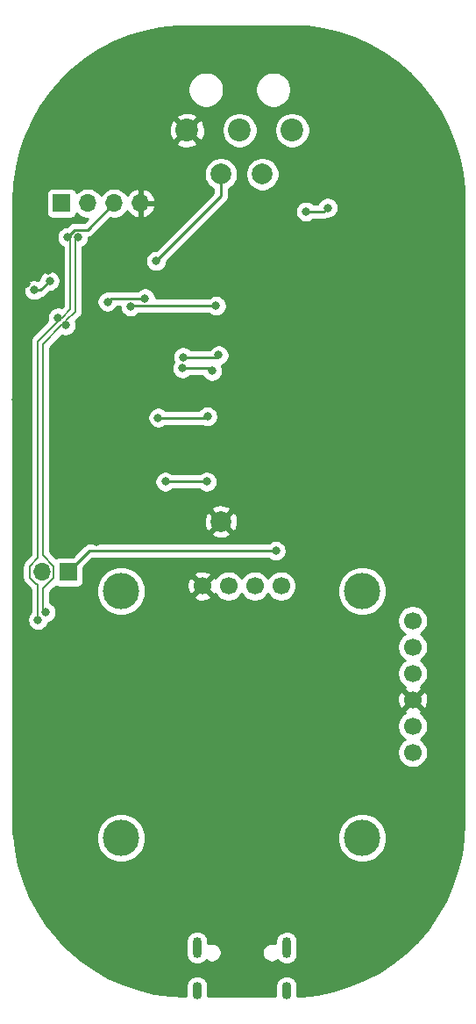
<source format=gbr>
%TF.GenerationSoftware,KiCad,Pcbnew,(5.1.9)-1*%
%TF.CreationDate,2021-03-28T20:47:18-04:00*%
%TF.ProjectId,LongboardRemote,4c6f6e67-626f-4617-9264-52656d6f7465,rev?*%
%TF.SameCoordinates,Original*%
%TF.FileFunction,Copper,L2,Bot*%
%TF.FilePolarity,Positive*%
%FSLAX46Y46*%
G04 Gerber Fmt 4.6, Leading zero omitted, Abs format (unit mm)*
G04 Created by KiCad (PCBNEW (5.1.9)-1) date 2021-03-28 20:47:18*
%MOMM*%
%LPD*%
G01*
G04 APERTURE LIST*
%TA.AperFunction,ComponentPad*%
%ADD10C,1.700000*%
%TD*%
%TA.AperFunction,ComponentPad*%
%ADD11C,3.500000*%
%TD*%
%TA.AperFunction,ComponentPad*%
%ADD12C,2.000000*%
%TD*%
%TA.AperFunction,ComponentPad*%
%ADD13O,0.900000X2.000000*%
%TD*%
%TA.AperFunction,ComponentPad*%
%ADD14O,0.900000X1.700000*%
%TD*%
%TA.AperFunction,ComponentPad*%
%ADD15R,1.700000X1.700000*%
%TD*%
%TA.AperFunction,ComponentPad*%
%ADD16O,1.700000X1.700000*%
%TD*%
%TA.AperFunction,ComponentPad*%
%ADD17C,2.200000*%
%TD*%
%TA.AperFunction,ViaPad*%
%ADD18C,0.800000*%
%TD*%
%TA.AperFunction,Conductor*%
%ADD19C,0.250000*%
%TD*%
%TA.AperFunction,Conductor*%
%ADD20C,0.200000*%
%TD*%
%TA.AperFunction,Conductor*%
%ADD21C,0.254000*%
%TD*%
%TA.AperFunction,Conductor*%
%ADD22C,0.100000*%
%TD*%
G04 APERTURE END LIST*
D10*
%TO.P,U1,6*%
%TO.N,STATE*%
X162814000Y-109728000D03*
%TO.P,U1,5*%
%TO.N,Net-(R3-Pad1)*%
X162814000Y-112268000D03*
%TO.P,U1,4*%
%TO.N,RX*%
X162814000Y-114808000D03*
%TO.P,U1,3*%
%TO.N,-BATT*%
X162814000Y-117348000D03*
%TO.P,U1,2*%
%TO.N,+5V*%
X162814000Y-119888000D03*
%TO.P,U1,1*%
%TO.N,EN*%
X162814000Y-122428000D03*
%TD*%
D11*
%TO.P,J4,*%
%TO.N,*%
X157950000Y-130683000D03*
X134650000Y-130683000D03*
X157950000Y-106883000D03*
X134650000Y-106883000D03*
D10*
%TO.P,J4,4*%
%TO.N,SDA*%
X150110000Y-106383000D03*
%TO.P,J4,3*%
%TO.N,SCLK*%
X147570000Y-106383000D03*
%TO.P,J4,2*%
%TO.N,+5V*%
X145030000Y-106383000D03*
%TO.P,J4,1*%
%TO.N,-BATT*%
X142490000Y-106383000D03*
%TD*%
D12*
%TO.P,RV1,3*%
%TO.N,-BATT*%
X144300000Y-100175000D03*
%TO.P,RV1,1*%
%TO.N,+5V*%
X144300000Y-66675000D03*
%TO.P,RV1,2*%
%TO.N,A0*%
X148300000Y-66675000D03*
%TD*%
D13*
%TO.P,J1,S1*%
%TO.N,Net-(J1-PadS1)*%
X141982000Y-141245000D03*
X150622000Y-141245000D03*
D14*
X141982000Y-145415000D03*
X150622000Y-145415000D03*
%TD*%
D15*
%TO.P,J2,1*%
%TO.N,+BATT*%
X129540000Y-105029000D03*
D16*
%TO.P,J2,2*%
%TO.N,-BATT*%
X127000000Y-105029000D03*
%TD*%
%TO.P,J3,4*%
%TO.N,-BATT*%
X136525000Y-69469000D03*
%TO.P,J3,3*%
%TO.N,D-*%
X133985000Y-69469000D03*
%TO.P,J3,2*%
%TO.N,D+*%
X131445000Y-69469000D03*
D15*
%TO.P,J3,1*%
%TO.N,VBUS*%
X128905000Y-69469000D03*
%TD*%
D17*
%TO.P,SW1,1*%
%TO.N,SW*%
X151182000Y-62447000D03*
%TO.P,SW1,2*%
%TO.N,-BATT*%
X141022000Y-62447000D03*
%TO.P,SW1,3*%
%TO.N,latch*%
X146102000Y-62447000D03*
%TD*%
D18*
%TO.N,-BATT*%
X130556000Y-96647000D03*
X132969000Y-95504000D03*
X134747000Y-95504000D03*
X132461000Y-90678000D03*
X136525000Y-96012000D03*
X157734000Y-113411000D03*
X149860000Y-134874000D03*
X150241000Y-139573000D03*
X142748000Y-139446000D03*
X127635000Y-75946000D03*
X133858000Y-75565000D03*
X135763000Y-81788000D03*
X134493000Y-85979000D03*
X131318000Y-86106000D03*
X135636000Y-84328000D03*
X140462000Y-89154000D03*
X161671000Y-70866000D03*
X125476000Y-77216000D03*
X125222000Y-81153000D03*
X124460000Y-88392000D03*
X131064000Y-90297000D03*
X142748000Y-135001000D03*
X158750000Y-93599000D03*
X155575000Y-94361000D03*
X154559000Y-98425000D03*
X152019000Y-97917000D03*
X153670000Y-89027000D03*
X157988000Y-89408000D03*
X160528000Y-83439000D03*
X156464000Y-81788000D03*
X138684000Y-88138000D03*
X132270500Y-102108000D03*
%TO.N,+5V*%
X138049000Y-75057000D03*
X126244223Y-77856186D03*
X127748151Y-76975848D03*
X133350000Y-78994000D03*
X136969500Y-78650000D03*
X138938000Y-96329500D03*
X142938500Y-96329500D03*
%TO.N,D-*%
X126628768Y-109654732D03*
X128562163Y-80503275D03*
X129459500Y-72771000D03*
%TO.N,D+*%
X127371232Y-108912268D03*
X129304627Y-81245739D03*
X130509500Y-72771000D03*
%TO.N,latch*%
X138239500Y-90170000D03*
X143002000Y-90043000D03*
%TO.N,latch_2*%
X140652500Y-84328000D03*
X144081500Y-84137500D03*
X152527000Y-70294500D03*
X154608153Y-69927847D03*
%TO.N,SW*%
X140589000Y-85407500D03*
X143446500Y-85661500D03*
%TO.N,A0*%
X143827500Y-79375000D03*
X135572500Y-79438500D03*
%TO.N,+BATT*%
X149606000Y-102997000D03*
%TD*%
D19*
%TO.N,+5V*%
X144300000Y-68806000D02*
X144300000Y-66675000D01*
X138049000Y-75057000D02*
X144300000Y-68806000D01*
X126867813Y-77856186D02*
X127748151Y-76975848D01*
X126244223Y-77856186D02*
X126867813Y-77856186D01*
X133694000Y-78650000D02*
X136969500Y-78650000D01*
X133350000Y-78994000D02*
X133694000Y-78650000D01*
X138938000Y-96329500D02*
X142938500Y-96329500D01*
D20*
%TO.N,D-*%
X128562163Y-80878229D02*
X128562163Y-80503275D01*
X126628768Y-82811624D02*
X128562163Y-80878229D01*
X126628768Y-103698230D02*
X126628768Y-82811624D01*
X125849999Y-104476999D02*
X126628768Y-103698230D01*
X126628768Y-109654732D02*
X126628768Y-106179001D01*
X125849999Y-105581001D02*
X125849999Y-104476999D01*
X126628768Y-106179001D02*
X126447999Y-106179001D01*
X126447999Y-106179001D02*
X125849999Y-105581001D01*
X128986428Y-80503275D02*
X129759500Y-79730203D01*
X128562163Y-80503275D02*
X128986428Y-80503275D01*
X129759500Y-79730203D02*
X129759500Y-73071000D01*
X129759500Y-73071000D02*
X129459500Y-72771000D01*
D19*
X131408001Y-72045999D02*
X133985000Y-69469000D01*
X130184501Y-72045999D02*
X131408001Y-72045999D01*
X129459500Y-72771000D02*
X130184501Y-72045999D01*
D20*
%TO.N,D+*%
X127078768Y-106652234D02*
X128150001Y-105581001D01*
X127371232Y-108912268D02*
X127078768Y-108619804D01*
X127078768Y-108619804D02*
X127078768Y-106652234D01*
X128150001Y-105581001D02*
X128150001Y-104476999D01*
X128929673Y-81245739D02*
X129304627Y-81245739D01*
X128150001Y-104476999D02*
X127078768Y-103405766D01*
X127078768Y-103405766D02*
X127078768Y-83096644D01*
X127078768Y-83096644D02*
X128929673Y-81245739D01*
X129304627Y-80821474D02*
X130209500Y-79916601D01*
X129304627Y-81245739D02*
X129304627Y-80821474D01*
X130209500Y-73071000D02*
X130509500Y-72771000D01*
X130209500Y-79916601D02*
X130209500Y-73071000D01*
D19*
%TO.N,latch*%
X142875000Y-90170000D02*
X143002000Y-90043000D01*
X138239500Y-90170000D02*
X142875000Y-90170000D01*
%TO.N,latch_2*%
X143891000Y-84328000D02*
X144081500Y-84137500D01*
X140652500Y-84328000D02*
X143891000Y-84328000D01*
X154241500Y-70294500D02*
X154608153Y-69927847D01*
X152527000Y-70294500D02*
X154241500Y-70294500D01*
%TO.N,SW*%
X143192500Y-85407500D02*
X143446500Y-85661500D01*
X140589000Y-85407500D02*
X143192500Y-85407500D01*
%TO.N,A0*%
X135636000Y-79375000D02*
X135572500Y-79438500D01*
X143827500Y-79375000D02*
X135636000Y-79375000D01*
%TO.N,+BATT*%
X131572000Y-102997000D02*
X149606000Y-102997000D01*
X129540000Y-105029000D02*
X131572000Y-102997000D01*
%TD*%
D21*
%TO.N,-BATT*%
X152580653Y-52469217D02*
X154144287Y-52691755D01*
X155680057Y-53060461D01*
X157174313Y-53572058D01*
X158613778Y-54222002D01*
X159985696Y-55004530D01*
X161277890Y-55912700D01*
X162478868Y-56938431D01*
X163577999Y-58072646D01*
X164565507Y-59305258D01*
X165432635Y-60625334D01*
X166171691Y-62021168D01*
X166776096Y-63480331D01*
X167240504Y-64989914D01*
X167560789Y-66536510D01*
X167734738Y-68112117D01*
X167768001Y-69170567D01*
X167768000Y-129141680D01*
X167692783Y-130736653D01*
X167470245Y-132300287D01*
X167101538Y-133836059D01*
X166589942Y-135330313D01*
X165939998Y-136769778D01*
X165157470Y-138141696D01*
X164249300Y-139433890D01*
X163223569Y-140634868D01*
X162089354Y-141733999D01*
X160856738Y-142721510D01*
X159536666Y-143588635D01*
X158140845Y-144327684D01*
X156681673Y-144932094D01*
X155172083Y-145396505D01*
X153625490Y-145716789D01*
X152049883Y-145890738D01*
X151703718Y-145901617D01*
X151707000Y-145868293D01*
X151707000Y-144961706D01*
X151691300Y-144802303D01*
X151629259Y-144597780D01*
X151528509Y-144409290D01*
X151392922Y-144244078D01*
X151227710Y-144108491D01*
X151039219Y-144007741D01*
X150834696Y-143945700D01*
X150622000Y-143924751D01*
X150409303Y-143945700D01*
X150204780Y-144007741D01*
X150016290Y-144108491D01*
X149851078Y-144244078D01*
X149715491Y-144409290D01*
X149614741Y-144597781D01*
X149552700Y-144802304D01*
X149537000Y-144961707D01*
X149537000Y-145868294D01*
X149542487Y-145924000D01*
X143061513Y-145924000D01*
X143067000Y-145868293D01*
X143067000Y-144961706D01*
X143051300Y-144802303D01*
X142989259Y-144597780D01*
X142888509Y-144409290D01*
X142752922Y-144244078D01*
X142587710Y-144108491D01*
X142399219Y-144007741D01*
X142194696Y-143945700D01*
X141982000Y-143924751D01*
X141769303Y-143945700D01*
X141564780Y-144007741D01*
X141376290Y-144108491D01*
X141211078Y-144244078D01*
X141075491Y-144409290D01*
X140974741Y-144597781D01*
X140912700Y-144802304D01*
X140897000Y-144961707D01*
X140897000Y-145868294D01*
X140901937Y-145918417D01*
X139425346Y-145848783D01*
X137861712Y-145626245D01*
X136325940Y-145257538D01*
X134831686Y-144745941D01*
X133392221Y-144095998D01*
X132020303Y-143313469D01*
X130728109Y-142405299D01*
X129527132Y-141379568D01*
X128812095Y-140641707D01*
X140897000Y-140641707D01*
X140897000Y-141848294D01*
X140912700Y-142007697D01*
X140974742Y-142212220D01*
X141075492Y-142400710D01*
X141211079Y-142565922D01*
X141376291Y-142701509D01*
X141564781Y-142802259D01*
X141769304Y-142864300D01*
X141982000Y-142885249D01*
X142194697Y-142864300D01*
X142399220Y-142802259D01*
X142587710Y-142701509D01*
X142752922Y-142565922D01*
X142836025Y-142464661D01*
X142969111Y-142553586D01*
X143139271Y-142624068D01*
X143319911Y-142660000D01*
X143504089Y-142660000D01*
X143684729Y-142624068D01*
X143854889Y-142553586D01*
X144008028Y-142451262D01*
X144138262Y-142321028D01*
X144240586Y-142167889D01*
X144311068Y-141997729D01*
X144347000Y-141817089D01*
X144347000Y-141632911D01*
X148257000Y-141632911D01*
X148257000Y-141817089D01*
X148292932Y-141997729D01*
X148363414Y-142167889D01*
X148465738Y-142321028D01*
X148595972Y-142451262D01*
X148749111Y-142553586D01*
X148919271Y-142624068D01*
X149099911Y-142660000D01*
X149284089Y-142660000D01*
X149464729Y-142624068D01*
X149634889Y-142553586D01*
X149767975Y-142464661D01*
X149851079Y-142565922D01*
X150016291Y-142701509D01*
X150204781Y-142802259D01*
X150409304Y-142864300D01*
X150622000Y-142885249D01*
X150834697Y-142864300D01*
X151039220Y-142802259D01*
X151227710Y-142701509D01*
X151392922Y-142565922D01*
X151528509Y-142400710D01*
X151629259Y-142212220D01*
X151691300Y-142007697D01*
X151707000Y-141848294D01*
X151707000Y-140641706D01*
X151691300Y-140482303D01*
X151629259Y-140277780D01*
X151528509Y-140089290D01*
X151392922Y-139924078D01*
X151227710Y-139788491D01*
X151039219Y-139687741D01*
X150834696Y-139625700D01*
X150622000Y-139604751D01*
X150409303Y-139625700D01*
X150204780Y-139687741D01*
X150016290Y-139788491D01*
X149851078Y-139924078D01*
X149715491Y-140089290D01*
X149614741Y-140277781D01*
X149552700Y-140482304D01*
X149537000Y-140641707D01*
X149537000Y-140855867D01*
X149464729Y-140825932D01*
X149284089Y-140790000D01*
X149099911Y-140790000D01*
X148919271Y-140825932D01*
X148749111Y-140896414D01*
X148595972Y-140998738D01*
X148465738Y-141128972D01*
X148363414Y-141282111D01*
X148292932Y-141452271D01*
X148257000Y-141632911D01*
X144347000Y-141632911D01*
X144311068Y-141452271D01*
X144240586Y-141282111D01*
X144138262Y-141128972D01*
X144008028Y-140998738D01*
X143854889Y-140896414D01*
X143684729Y-140825932D01*
X143504089Y-140790000D01*
X143319911Y-140790000D01*
X143139271Y-140825932D01*
X143067000Y-140855867D01*
X143067000Y-140641706D01*
X143051300Y-140482303D01*
X142989259Y-140277780D01*
X142888509Y-140089290D01*
X142752922Y-139924078D01*
X142587710Y-139788491D01*
X142399219Y-139687741D01*
X142194696Y-139625700D01*
X141982000Y-139604751D01*
X141769303Y-139625700D01*
X141564780Y-139687741D01*
X141376290Y-139788491D01*
X141211078Y-139924078D01*
X141075491Y-140089290D01*
X140974741Y-140277781D01*
X140912700Y-140482304D01*
X140897000Y-140641707D01*
X128812095Y-140641707D01*
X128428000Y-140245352D01*
X127440494Y-139012743D01*
X126573364Y-137692665D01*
X125834315Y-136296844D01*
X125229905Y-134837672D01*
X124765494Y-133328080D01*
X124445211Y-131781491D01*
X124298003Y-130448098D01*
X132265000Y-130448098D01*
X132265000Y-130917902D01*
X132356654Y-131378679D01*
X132536440Y-131812721D01*
X132797450Y-132203349D01*
X133129651Y-132535550D01*
X133520279Y-132796560D01*
X133954321Y-132976346D01*
X134415098Y-133068000D01*
X134884902Y-133068000D01*
X135345679Y-132976346D01*
X135779721Y-132796560D01*
X136170349Y-132535550D01*
X136502550Y-132203349D01*
X136763560Y-131812721D01*
X136943346Y-131378679D01*
X137035000Y-130917902D01*
X137035000Y-130448098D01*
X155565000Y-130448098D01*
X155565000Y-130917902D01*
X155656654Y-131378679D01*
X155836440Y-131812721D01*
X156097450Y-132203349D01*
X156429651Y-132535550D01*
X156820279Y-132796560D01*
X157254321Y-132976346D01*
X157715098Y-133068000D01*
X158184902Y-133068000D01*
X158645679Y-132976346D01*
X159079721Y-132796560D01*
X159470349Y-132535550D01*
X159802550Y-132203349D01*
X160063560Y-131812721D01*
X160243346Y-131378679D01*
X160335000Y-130917902D01*
X160335000Y-130448098D01*
X160243346Y-129987321D01*
X160063560Y-129553279D01*
X159802550Y-129162651D01*
X159470349Y-128830450D01*
X159079721Y-128569440D01*
X158645679Y-128389654D01*
X158184902Y-128298000D01*
X157715098Y-128298000D01*
X157254321Y-128389654D01*
X156820279Y-128569440D01*
X156429651Y-128830450D01*
X156097450Y-129162651D01*
X155836440Y-129553279D01*
X155656654Y-129987321D01*
X155565000Y-130448098D01*
X137035000Y-130448098D01*
X136943346Y-129987321D01*
X136763560Y-129553279D01*
X136502550Y-129162651D01*
X136170349Y-128830450D01*
X135779721Y-128569440D01*
X135345679Y-128389654D01*
X134884902Y-128298000D01*
X134415098Y-128298000D01*
X133954321Y-128389654D01*
X133520279Y-128569440D01*
X133129651Y-128830450D01*
X132797450Y-129162651D01*
X132536440Y-129553279D01*
X132356654Y-129987321D01*
X132265000Y-130448098D01*
X124298003Y-130448098D01*
X124271262Y-130205882D01*
X124238000Y-129147463D01*
X124238000Y-119741740D01*
X161329000Y-119741740D01*
X161329000Y-120034260D01*
X161386068Y-120321158D01*
X161498010Y-120591411D01*
X161660525Y-120834632D01*
X161867368Y-121041475D01*
X162041760Y-121158000D01*
X161867368Y-121274525D01*
X161660525Y-121481368D01*
X161498010Y-121724589D01*
X161386068Y-121994842D01*
X161329000Y-122281740D01*
X161329000Y-122574260D01*
X161386068Y-122861158D01*
X161498010Y-123131411D01*
X161660525Y-123374632D01*
X161867368Y-123581475D01*
X162110589Y-123743990D01*
X162380842Y-123855932D01*
X162667740Y-123913000D01*
X162960260Y-123913000D01*
X163247158Y-123855932D01*
X163517411Y-123743990D01*
X163760632Y-123581475D01*
X163967475Y-123374632D01*
X164129990Y-123131411D01*
X164241932Y-122861158D01*
X164299000Y-122574260D01*
X164299000Y-122281740D01*
X164241932Y-121994842D01*
X164129990Y-121724589D01*
X163967475Y-121481368D01*
X163760632Y-121274525D01*
X163586240Y-121158000D01*
X163760632Y-121041475D01*
X163967475Y-120834632D01*
X164129990Y-120591411D01*
X164241932Y-120321158D01*
X164299000Y-120034260D01*
X164299000Y-119741740D01*
X164241932Y-119454842D01*
X164129990Y-119184589D01*
X163967475Y-118941368D01*
X163760632Y-118734525D01*
X163587271Y-118618689D01*
X163662792Y-118376397D01*
X162814000Y-117527605D01*
X161965208Y-118376397D01*
X162040729Y-118618689D01*
X161867368Y-118734525D01*
X161660525Y-118941368D01*
X161498010Y-119184589D01*
X161386068Y-119454842D01*
X161329000Y-119741740D01*
X124238000Y-119741740D01*
X124238000Y-117416531D01*
X161323389Y-117416531D01*
X161365401Y-117706019D01*
X161463081Y-117981747D01*
X161536528Y-118119157D01*
X161785603Y-118196792D01*
X162634395Y-117348000D01*
X162993605Y-117348000D01*
X163842397Y-118196792D01*
X164091472Y-118119157D01*
X164217371Y-117855117D01*
X164289339Y-117571589D01*
X164304611Y-117279469D01*
X164262599Y-116989981D01*
X164164919Y-116714253D01*
X164091472Y-116576843D01*
X163842397Y-116499208D01*
X162993605Y-117348000D01*
X162634395Y-117348000D01*
X161785603Y-116499208D01*
X161536528Y-116576843D01*
X161410629Y-116840883D01*
X161338661Y-117124411D01*
X161323389Y-117416531D01*
X124238000Y-117416531D01*
X124238000Y-104476999D01*
X125111443Y-104476999D01*
X125115000Y-104513114D01*
X125114999Y-105544895D01*
X125111443Y-105581001D01*
X125125634Y-105725086D01*
X125138383Y-105767114D01*
X125167662Y-105863633D01*
X125235912Y-105991320D01*
X125327761Y-106103238D01*
X125355807Y-106126255D01*
X125893769Y-106664218D01*
X125893768Y-108926021D01*
X125824831Y-108994958D01*
X125711563Y-109164476D01*
X125633542Y-109352834D01*
X125593768Y-109552793D01*
X125593768Y-109756671D01*
X125633542Y-109956630D01*
X125711563Y-110144988D01*
X125824831Y-110314506D01*
X125968994Y-110458669D01*
X126138512Y-110571937D01*
X126326870Y-110649958D01*
X126526829Y-110689732D01*
X126730707Y-110689732D01*
X126930666Y-110649958D01*
X127119024Y-110571937D01*
X127288542Y-110458669D01*
X127432705Y-110314506D01*
X127545973Y-110144988D01*
X127623994Y-109956630D01*
X127632146Y-109915646D01*
X127673130Y-109907494D01*
X127861488Y-109829473D01*
X128031006Y-109716205D01*
X128165471Y-109581740D01*
X161329000Y-109581740D01*
X161329000Y-109874260D01*
X161386068Y-110161158D01*
X161498010Y-110431411D01*
X161660525Y-110674632D01*
X161867368Y-110881475D01*
X162041760Y-110998000D01*
X161867368Y-111114525D01*
X161660525Y-111321368D01*
X161498010Y-111564589D01*
X161386068Y-111834842D01*
X161329000Y-112121740D01*
X161329000Y-112414260D01*
X161386068Y-112701158D01*
X161498010Y-112971411D01*
X161660525Y-113214632D01*
X161867368Y-113421475D01*
X162041760Y-113538000D01*
X161867368Y-113654525D01*
X161660525Y-113861368D01*
X161498010Y-114104589D01*
X161386068Y-114374842D01*
X161329000Y-114661740D01*
X161329000Y-114954260D01*
X161386068Y-115241158D01*
X161498010Y-115511411D01*
X161660525Y-115754632D01*
X161867368Y-115961475D01*
X162040729Y-116077311D01*
X161965208Y-116319603D01*
X162814000Y-117168395D01*
X163662792Y-116319603D01*
X163587271Y-116077311D01*
X163760632Y-115961475D01*
X163967475Y-115754632D01*
X164129990Y-115511411D01*
X164241932Y-115241158D01*
X164299000Y-114954260D01*
X164299000Y-114661740D01*
X164241932Y-114374842D01*
X164129990Y-114104589D01*
X163967475Y-113861368D01*
X163760632Y-113654525D01*
X163586240Y-113538000D01*
X163760632Y-113421475D01*
X163967475Y-113214632D01*
X164129990Y-112971411D01*
X164241932Y-112701158D01*
X164299000Y-112414260D01*
X164299000Y-112121740D01*
X164241932Y-111834842D01*
X164129990Y-111564589D01*
X163967475Y-111321368D01*
X163760632Y-111114525D01*
X163586240Y-110998000D01*
X163760632Y-110881475D01*
X163967475Y-110674632D01*
X164129990Y-110431411D01*
X164241932Y-110161158D01*
X164299000Y-109874260D01*
X164299000Y-109581740D01*
X164241932Y-109294842D01*
X164129990Y-109024589D01*
X163967475Y-108781368D01*
X163760632Y-108574525D01*
X163517411Y-108412010D01*
X163247158Y-108300068D01*
X162960260Y-108243000D01*
X162667740Y-108243000D01*
X162380842Y-108300068D01*
X162110589Y-108412010D01*
X161867368Y-108574525D01*
X161660525Y-108781368D01*
X161498010Y-109024589D01*
X161386068Y-109294842D01*
X161329000Y-109581740D01*
X128165471Y-109581740D01*
X128175169Y-109572042D01*
X128288437Y-109402524D01*
X128366458Y-109214166D01*
X128406232Y-109014207D01*
X128406232Y-108810329D01*
X128366458Y-108610370D01*
X128288437Y-108422012D01*
X128175169Y-108252494D01*
X128031006Y-108108331D01*
X127861488Y-107995063D01*
X127813768Y-107975297D01*
X127813768Y-106956680D01*
X128122350Y-106648098D01*
X132265000Y-106648098D01*
X132265000Y-107117902D01*
X132356654Y-107578679D01*
X132536440Y-108012721D01*
X132797450Y-108403349D01*
X133129651Y-108735550D01*
X133520279Y-108996560D01*
X133954321Y-109176346D01*
X134415098Y-109268000D01*
X134884902Y-109268000D01*
X135345679Y-109176346D01*
X135779721Y-108996560D01*
X136170349Y-108735550D01*
X136502550Y-108403349D01*
X136763560Y-108012721D01*
X136943346Y-107578679D01*
X136976620Y-107411397D01*
X141641208Y-107411397D01*
X141718843Y-107660472D01*
X141982883Y-107786371D01*
X142266411Y-107858339D01*
X142558531Y-107873611D01*
X142848019Y-107831599D01*
X143123747Y-107733919D01*
X143261157Y-107660472D01*
X143338792Y-107411397D01*
X142490000Y-106562605D01*
X141641208Y-107411397D01*
X136976620Y-107411397D01*
X137035000Y-107117902D01*
X137035000Y-106648098D01*
X136995901Y-106451531D01*
X140999389Y-106451531D01*
X141041401Y-106741019D01*
X141139081Y-107016747D01*
X141212528Y-107154157D01*
X141461603Y-107231792D01*
X142310395Y-106383000D01*
X142669605Y-106383000D01*
X143518397Y-107231792D01*
X143760689Y-107156271D01*
X143876525Y-107329632D01*
X144083368Y-107536475D01*
X144326589Y-107698990D01*
X144596842Y-107810932D01*
X144883740Y-107868000D01*
X145176260Y-107868000D01*
X145463158Y-107810932D01*
X145733411Y-107698990D01*
X145976632Y-107536475D01*
X146183475Y-107329632D01*
X146300000Y-107155240D01*
X146416525Y-107329632D01*
X146623368Y-107536475D01*
X146866589Y-107698990D01*
X147136842Y-107810932D01*
X147423740Y-107868000D01*
X147716260Y-107868000D01*
X148003158Y-107810932D01*
X148273411Y-107698990D01*
X148516632Y-107536475D01*
X148723475Y-107329632D01*
X148840000Y-107155240D01*
X148956525Y-107329632D01*
X149163368Y-107536475D01*
X149406589Y-107698990D01*
X149676842Y-107810932D01*
X149963740Y-107868000D01*
X150256260Y-107868000D01*
X150543158Y-107810932D01*
X150813411Y-107698990D01*
X151056632Y-107536475D01*
X151263475Y-107329632D01*
X151425990Y-107086411D01*
X151537932Y-106816158D01*
X151571361Y-106648098D01*
X155565000Y-106648098D01*
X155565000Y-107117902D01*
X155656654Y-107578679D01*
X155836440Y-108012721D01*
X156097450Y-108403349D01*
X156429651Y-108735550D01*
X156820279Y-108996560D01*
X157254321Y-109176346D01*
X157715098Y-109268000D01*
X158184902Y-109268000D01*
X158645679Y-109176346D01*
X159079721Y-108996560D01*
X159470349Y-108735550D01*
X159802550Y-108403349D01*
X160063560Y-108012721D01*
X160243346Y-107578679D01*
X160335000Y-107117902D01*
X160335000Y-106648098D01*
X160243346Y-106187321D01*
X160063560Y-105753279D01*
X159802550Y-105362651D01*
X159470349Y-105030450D01*
X159079721Y-104769440D01*
X158645679Y-104589654D01*
X158184902Y-104498000D01*
X157715098Y-104498000D01*
X157254321Y-104589654D01*
X156820279Y-104769440D01*
X156429651Y-105030450D01*
X156097450Y-105362651D01*
X155836440Y-105753279D01*
X155656654Y-106187321D01*
X155565000Y-106648098D01*
X151571361Y-106648098D01*
X151595000Y-106529260D01*
X151595000Y-106236740D01*
X151537932Y-105949842D01*
X151425990Y-105679589D01*
X151263475Y-105436368D01*
X151056632Y-105229525D01*
X150813411Y-105067010D01*
X150543158Y-104955068D01*
X150256260Y-104898000D01*
X149963740Y-104898000D01*
X149676842Y-104955068D01*
X149406589Y-105067010D01*
X149163368Y-105229525D01*
X148956525Y-105436368D01*
X148840000Y-105610760D01*
X148723475Y-105436368D01*
X148516632Y-105229525D01*
X148273411Y-105067010D01*
X148003158Y-104955068D01*
X147716260Y-104898000D01*
X147423740Y-104898000D01*
X147136842Y-104955068D01*
X146866589Y-105067010D01*
X146623368Y-105229525D01*
X146416525Y-105436368D01*
X146300000Y-105610760D01*
X146183475Y-105436368D01*
X145976632Y-105229525D01*
X145733411Y-105067010D01*
X145463158Y-104955068D01*
X145176260Y-104898000D01*
X144883740Y-104898000D01*
X144596842Y-104955068D01*
X144326589Y-105067010D01*
X144083368Y-105229525D01*
X143876525Y-105436368D01*
X143760689Y-105609729D01*
X143518397Y-105534208D01*
X142669605Y-106383000D01*
X142310395Y-106383000D01*
X141461603Y-105534208D01*
X141212528Y-105611843D01*
X141086629Y-105875883D01*
X141014661Y-106159411D01*
X140999389Y-106451531D01*
X136995901Y-106451531D01*
X136943346Y-106187321D01*
X136763560Y-105753279D01*
X136502550Y-105362651D01*
X136494502Y-105354603D01*
X141641208Y-105354603D01*
X142490000Y-106203395D01*
X143338792Y-105354603D01*
X143261157Y-105105528D01*
X142997117Y-104979629D01*
X142713589Y-104907661D01*
X142421469Y-104892389D01*
X142131981Y-104934401D01*
X141856253Y-105032081D01*
X141718843Y-105105528D01*
X141641208Y-105354603D01*
X136494502Y-105354603D01*
X136170349Y-105030450D01*
X135779721Y-104769440D01*
X135345679Y-104589654D01*
X134884902Y-104498000D01*
X134415098Y-104498000D01*
X133954321Y-104589654D01*
X133520279Y-104769440D01*
X133129651Y-105030450D01*
X132797450Y-105362651D01*
X132536440Y-105753279D01*
X132356654Y-106187321D01*
X132265000Y-106648098D01*
X128122350Y-106648098D01*
X128352062Y-106418387D01*
X128445820Y-106468502D01*
X128565518Y-106504812D01*
X128690000Y-106517072D01*
X130390000Y-106517072D01*
X130514482Y-106504812D01*
X130634180Y-106468502D01*
X130744494Y-106409537D01*
X130841185Y-106330185D01*
X130920537Y-106233494D01*
X130979502Y-106123180D01*
X131015812Y-106003482D01*
X131028072Y-105879000D01*
X131028072Y-104615729D01*
X131886802Y-103757000D01*
X148902289Y-103757000D01*
X148946226Y-103800937D01*
X149115744Y-103914205D01*
X149304102Y-103992226D01*
X149504061Y-104032000D01*
X149707939Y-104032000D01*
X149907898Y-103992226D01*
X150096256Y-103914205D01*
X150265774Y-103800937D01*
X150409937Y-103656774D01*
X150523205Y-103487256D01*
X150601226Y-103298898D01*
X150641000Y-103098939D01*
X150641000Y-102895061D01*
X150601226Y-102695102D01*
X150523205Y-102506744D01*
X150409937Y-102337226D01*
X150265774Y-102193063D01*
X150096256Y-102079795D01*
X149907898Y-102001774D01*
X149707939Y-101962000D01*
X149504061Y-101962000D01*
X149304102Y-102001774D01*
X149115744Y-102079795D01*
X148946226Y-102193063D01*
X148902289Y-102237000D01*
X131609323Y-102237000D01*
X131572000Y-102233324D01*
X131534677Y-102237000D01*
X131534667Y-102237000D01*
X131423014Y-102247997D01*
X131279753Y-102291454D01*
X131147723Y-102362026D01*
X131064083Y-102430668D01*
X131031999Y-102456999D01*
X131008201Y-102485997D01*
X129953271Y-103540928D01*
X128690000Y-103540928D01*
X128565518Y-103553188D01*
X128445820Y-103589498D01*
X128352062Y-103639613D01*
X127813768Y-103101320D01*
X127813768Y-101310413D01*
X143344192Y-101310413D01*
X143439956Y-101574814D01*
X143729571Y-101715704D01*
X144041108Y-101797384D01*
X144362595Y-101816718D01*
X144681675Y-101772961D01*
X144986088Y-101667795D01*
X145160044Y-101574814D01*
X145255808Y-101310413D01*
X144300000Y-100354605D01*
X143344192Y-101310413D01*
X127813768Y-101310413D01*
X127813768Y-100237595D01*
X142658282Y-100237595D01*
X142702039Y-100556675D01*
X142807205Y-100861088D01*
X142900186Y-101035044D01*
X143164587Y-101130808D01*
X144120395Y-100175000D01*
X144479605Y-100175000D01*
X145435413Y-101130808D01*
X145699814Y-101035044D01*
X145840704Y-100745429D01*
X145922384Y-100433892D01*
X145941718Y-100112405D01*
X145897961Y-99793325D01*
X145792795Y-99488912D01*
X145699814Y-99314956D01*
X145435413Y-99219192D01*
X144479605Y-100175000D01*
X144120395Y-100175000D01*
X143164587Y-99219192D01*
X142900186Y-99314956D01*
X142759296Y-99604571D01*
X142677616Y-99916108D01*
X142658282Y-100237595D01*
X127813768Y-100237595D01*
X127813768Y-99039587D01*
X143344192Y-99039587D01*
X144300000Y-99995395D01*
X145255808Y-99039587D01*
X145160044Y-98775186D01*
X144870429Y-98634296D01*
X144558892Y-98552616D01*
X144237405Y-98533282D01*
X143918325Y-98577039D01*
X143613912Y-98682205D01*
X143439956Y-98775186D01*
X143344192Y-99039587D01*
X127813768Y-99039587D01*
X127813768Y-96227561D01*
X137903000Y-96227561D01*
X137903000Y-96431439D01*
X137942774Y-96631398D01*
X138020795Y-96819756D01*
X138134063Y-96989274D01*
X138278226Y-97133437D01*
X138447744Y-97246705D01*
X138636102Y-97324726D01*
X138836061Y-97364500D01*
X139039939Y-97364500D01*
X139239898Y-97324726D01*
X139428256Y-97246705D01*
X139597774Y-97133437D01*
X139641711Y-97089500D01*
X142234789Y-97089500D01*
X142278726Y-97133437D01*
X142448244Y-97246705D01*
X142636602Y-97324726D01*
X142836561Y-97364500D01*
X143040439Y-97364500D01*
X143240398Y-97324726D01*
X143428756Y-97246705D01*
X143598274Y-97133437D01*
X143742437Y-96989274D01*
X143855705Y-96819756D01*
X143933726Y-96631398D01*
X143973500Y-96431439D01*
X143973500Y-96227561D01*
X143933726Y-96027602D01*
X143855705Y-95839244D01*
X143742437Y-95669726D01*
X143598274Y-95525563D01*
X143428756Y-95412295D01*
X143240398Y-95334274D01*
X143040439Y-95294500D01*
X142836561Y-95294500D01*
X142636602Y-95334274D01*
X142448244Y-95412295D01*
X142278726Y-95525563D01*
X142234789Y-95569500D01*
X139641711Y-95569500D01*
X139597774Y-95525563D01*
X139428256Y-95412295D01*
X139239898Y-95334274D01*
X139039939Y-95294500D01*
X138836061Y-95294500D01*
X138636102Y-95334274D01*
X138447744Y-95412295D01*
X138278226Y-95525563D01*
X138134063Y-95669726D01*
X138020795Y-95839244D01*
X137942774Y-96027602D01*
X137903000Y-96227561D01*
X127813768Y-96227561D01*
X127813768Y-90068061D01*
X137204500Y-90068061D01*
X137204500Y-90271939D01*
X137244274Y-90471898D01*
X137322295Y-90660256D01*
X137435563Y-90829774D01*
X137579726Y-90973937D01*
X137749244Y-91087205D01*
X137937602Y-91165226D01*
X138137561Y-91205000D01*
X138341439Y-91205000D01*
X138541398Y-91165226D01*
X138729756Y-91087205D01*
X138899274Y-90973937D01*
X138943211Y-90930000D01*
X142466539Y-90930000D01*
X142511744Y-90960205D01*
X142700102Y-91038226D01*
X142900061Y-91078000D01*
X143103939Y-91078000D01*
X143303898Y-91038226D01*
X143492256Y-90960205D01*
X143661774Y-90846937D01*
X143805937Y-90702774D01*
X143919205Y-90533256D01*
X143997226Y-90344898D01*
X144037000Y-90144939D01*
X144037000Y-89941061D01*
X143997226Y-89741102D01*
X143919205Y-89552744D01*
X143805937Y-89383226D01*
X143661774Y-89239063D01*
X143492256Y-89125795D01*
X143303898Y-89047774D01*
X143103939Y-89008000D01*
X142900061Y-89008000D01*
X142700102Y-89047774D01*
X142511744Y-89125795D01*
X142342226Y-89239063D01*
X142198063Y-89383226D01*
X142180173Y-89410000D01*
X138943211Y-89410000D01*
X138899274Y-89366063D01*
X138729756Y-89252795D01*
X138541398Y-89174774D01*
X138341439Y-89135000D01*
X138137561Y-89135000D01*
X137937602Y-89174774D01*
X137749244Y-89252795D01*
X137579726Y-89366063D01*
X137435563Y-89510226D01*
X137322295Y-89679744D01*
X137244274Y-89868102D01*
X137204500Y-90068061D01*
X127813768Y-90068061D01*
X127813768Y-85305561D01*
X139554000Y-85305561D01*
X139554000Y-85509439D01*
X139593774Y-85709398D01*
X139671795Y-85897756D01*
X139785063Y-86067274D01*
X139929226Y-86211437D01*
X140098744Y-86324705D01*
X140287102Y-86402726D01*
X140487061Y-86442500D01*
X140690939Y-86442500D01*
X140890898Y-86402726D01*
X141079256Y-86324705D01*
X141248774Y-86211437D01*
X141292711Y-86167500D01*
X142539815Y-86167500D01*
X142642563Y-86321274D01*
X142786726Y-86465437D01*
X142956244Y-86578705D01*
X143144602Y-86656726D01*
X143344561Y-86696500D01*
X143548439Y-86696500D01*
X143748398Y-86656726D01*
X143936756Y-86578705D01*
X144106274Y-86465437D01*
X144250437Y-86321274D01*
X144363705Y-86151756D01*
X144441726Y-85963398D01*
X144481500Y-85763439D01*
X144481500Y-85559561D01*
X144441726Y-85359602D01*
X144363705Y-85171244D01*
X144343298Y-85140702D01*
X144383398Y-85132726D01*
X144571756Y-85054705D01*
X144741274Y-84941437D01*
X144885437Y-84797274D01*
X144998705Y-84627756D01*
X145076726Y-84439398D01*
X145116500Y-84239439D01*
X145116500Y-84035561D01*
X145076726Y-83835602D01*
X144998705Y-83647244D01*
X144885437Y-83477726D01*
X144741274Y-83333563D01*
X144571756Y-83220295D01*
X144383398Y-83142274D01*
X144183439Y-83102500D01*
X143979561Y-83102500D01*
X143779602Y-83142274D01*
X143591244Y-83220295D01*
X143421726Y-83333563D01*
X143277563Y-83477726D01*
X143217244Y-83568000D01*
X141356211Y-83568000D01*
X141312274Y-83524063D01*
X141142756Y-83410795D01*
X140954398Y-83332774D01*
X140754439Y-83293000D01*
X140550561Y-83293000D01*
X140350602Y-83332774D01*
X140162244Y-83410795D01*
X139992726Y-83524063D01*
X139848563Y-83668226D01*
X139735295Y-83837744D01*
X139657274Y-84026102D01*
X139617500Y-84226061D01*
X139617500Y-84429939D01*
X139657274Y-84629898D01*
X139735295Y-84818256D01*
X139736616Y-84820233D01*
X139671795Y-84917244D01*
X139593774Y-85105602D01*
X139554000Y-85305561D01*
X127813768Y-85305561D01*
X127813768Y-83401090D01*
X128982339Y-82232519D01*
X129002729Y-82240965D01*
X129202688Y-82280739D01*
X129406566Y-82280739D01*
X129606525Y-82240965D01*
X129794883Y-82162944D01*
X129964401Y-82049676D01*
X130108564Y-81905513D01*
X130221832Y-81735995D01*
X130299853Y-81547637D01*
X130339627Y-81347678D01*
X130339627Y-81143800D01*
X130299853Y-80943841D01*
X130276964Y-80888583D01*
X130703697Y-80461851D01*
X130731737Y-80438839D01*
X130754750Y-80410798D01*
X130754753Y-80410795D01*
X130823587Y-80326921D01*
X130891837Y-80199235D01*
X130933865Y-80060686D01*
X130948056Y-79916601D01*
X130944500Y-79880496D01*
X130944500Y-78892061D01*
X132315000Y-78892061D01*
X132315000Y-79095939D01*
X132354774Y-79295898D01*
X132432795Y-79484256D01*
X132546063Y-79653774D01*
X132690226Y-79797937D01*
X132859744Y-79911205D01*
X133048102Y-79989226D01*
X133248061Y-80029000D01*
X133451939Y-80029000D01*
X133651898Y-79989226D01*
X133840256Y-79911205D01*
X134009774Y-79797937D01*
X134153937Y-79653774D01*
X134267205Y-79484256D01*
X134297963Y-79410000D01*
X134537500Y-79410000D01*
X134537500Y-79540439D01*
X134577274Y-79740398D01*
X134655295Y-79928756D01*
X134768563Y-80098274D01*
X134912726Y-80242437D01*
X135082244Y-80355705D01*
X135270602Y-80433726D01*
X135470561Y-80473500D01*
X135674439Y-80473500D01*
X135874398Y-80433726D01*
X136062756Y-80355705D01*
X136232274Y-80242437D01*
X136339711Y-80135000D01*
X143123789Y-80135000D01*
X143167726Y-80178937D01*
X143337244Y-80292205D01*
X143525602Y-80370226D01*
X143725561Y-80410000D01*
X143929439Y-80410000D01*
X144129398Y-80370226D01*
X144317756Y-80292205D01*
X144487274Y-80178937D01*
X144631437Y-80034774D01*
X144744705Y-79865256D01*
X144822726Y-79676898D01*
X144862500Y-79476939D01*
X144862500Y-79273061D01*
X144822726Y-79073102D01*
X144744705Y-78884744D01*
X144631437Y-78715226D01*
X144487274Y-78571063D01*
X144317756Y-78457795D01*
X144129398Y-78379774D01*
X143929439Y-78340000D01*
X143725561Y-78340000D01*
X143525602Y-78379774D01*
X143337244Y-78457795D01*
X143167726Y-78571063D01*
X143123789Y-78615000D01*
X138004500Y-78615000D01*
X138004500Y-78548061D01*
X137964726Y-78348102D01*
X137886705Y-78159744D01*
X137773437Y-77990226D01*
X137629274Y-77846063D01*
X137459756Y-77732795D01*
X137271398Y-77654774D01*
X137071439Y-77615000D01*
X136867561Y-77615000D01*
X136667602Y-77654774D01*
X136479244Y-77732795D01*
X136309726Y-77846063D01*
X136265789Y-77890000D01*
X133731322Y-77890000D01*
X133693999Y-77886324D01*
X133656676Y-77890000D01*
X133656667Y-77890000D01*
X133545014Y-77900997D01*
X133401753Y-77944454D01*
X133374540Y-77959000D01*
X133248061Y-77959000D01*
X133048102Y-77998774D01*
X132859744Y-78076795D01*
X132690226Y-78190063D01*
X132546063Y-78334226D01*
X132432795Y-78503744D01*
X132354774Y-78692102D01*
X132315000Y-78892061D01*
X130944500Y-78892061D01*
X130944500Y-74955061D01*
X137014000Y-74955061D01*
X137014000Y-75158939D01*
X137053774Y-75358898D01*
X137131795Y-75547256D01*
X137245063Y-75716774D01*
X137389226Y-75860937D01*
X137558744Y-75974205D01*
X137747102Y-76052226D01*
X137947061Y-76092000D01*
X138150939Y-76092000D01*
X138350898Y-76052226D01*
X138539256Y-75974205D01*
X138708774Y-75860937D01*
X138852937Y-75716774D01*
X138966205Y-75547256D01*
X139044226Y-75358898D01*
X139084000Y-75158939D01*
X139084000Y-75096801D01*
X143988240Y-70192561D01*
X151492000Y-70192561D01*
X151492000Y-70396439D01*
X151531774Y-70596398D01*
X151609795Y-70784756D01*
X151723063Y-70954274D01*
X151867226Y-71098437D01*
X152036744Y-71211705D01*
X152225102Y-71289726D01*
X152425061Y-71329500D01*
X152628939Y-71329500D01*
X152828898Y-71289726D01*
X153017256Y-71211705D01*
X153186774Y-71098437D01*
X153230711Y-71054500D01*
X154204178Y-71054500D01*
X154241500Y-71058176D01*
X154278822Y-71054500D01*
X154278833Y-71054500D01*
X154390486Y-71043503D01*
X154533747Y-71000046D01*
X154603340Y-70962847D01*
X154710092Y-70962847D01*
X154910051Y-70923073D01*
X155098409Y-70845052D01*
X155267927Y-70731784D01*
X155412090Y-70587621D01*
X155525358Y-70418103D01*
X155603379Y-70229745D01*
X155643153Y-70029786D01*
X155643153Y-69825908D01*
X155603379Y-69625949D01*
X155525358Y-69437591D01*
X155412090Y-69268073D01*
X155267927Y-69123910D01*
X155098409Y-69010642D01*
X154910051Y-68932621D01*
X154710092Y-68892847D01*
X154506214Y-68892847D01*
X154306255Y-68932621D01*
X154117897Y-69010642D01*
X153948379Y-69123910D01*
X153804216Y-69268073D01*
X153690948Y-69437591D01*
X153650807Y-69534500D01*
X153230711Y-69534500D01*
X153186774Y-69490563D01*
X153017256Y-69377295D01*
X152828898Y-69299274D01*
X152628939Y-69259500D01*
X152425061Y-69259500D01*
X152225102Y-69299274D01*
X152036744Y-69377295D01*
X151867226Y-69490563D01*
X151723063Y-69634726D01*
X151609795Y-69804244D01*
X151531774Y-69992602D01*
X151492000Y-70192561D01*
X143988240Y-70192561D01*
X144811004Y-69369798D01*
X144840001Y-69346001D01*
X144908478Y-69262562D01*
X144934974Y-69230277D01*
X145005546Y-69098247D01*
X145005546Y-69098246D01*
X145049003Y-68954986D01*
X145060000Y-68843333D01*
X145060000Y-68843323D01*
X145063676Y-68806000D01*
X145060000Y-68768678D01*
X145060000Y-68129909D01*
X145074463Y-68123918D01*
X145342252Y-67944987D01*
X145569987Y-67717252D01*
X145748918Y-67449463D01*
X145872168Y-67151912D01*
X145935000Y-66836033D01*
X145935000Y-66513967D01*
X146665000Y-66513967D01*
X146665000Y-66836033D01*
X146727832Y-67151912D01*
X146851082Y-67449463D01*
X147030013Y-67717252D01*
X147257748Y-67944987D01*
X147525537Y-68123918D01*
X147823088Y-68247168D01*
X148138967Y-68310000D01*
X148461033Y-68310000D01*
X148776912Y-68247168D01*
X149074463Y-68123918D01*
X149342252Y-67944987D01*
X149569987Y-67717252D01*
X149748918Y-67449463D01*
X149872168Y-67151912D01*
X149935000Y-66836033D01*
X149935000Y-66513967D01*
X149872168Y-66198088D01*
X149748918Y-65900537D01*
X149569987Y-65632748D01*
X149342252Y-65405013D01*
X149074463Y-65226082D01*
X148776912Y-65102832D01*
X148461033Y-65040000D01*
X148138967Y-65040000D01*
X147823088Y-65102832D01*
X147525537Y-65226082D01*
X147257748Y-65405013D01*
X147030013Y-65632748D01*
X146851082Y-65900537D01*
X146727832Y-66198088D01*
X146665000Y-66513967D01*
X145935000Y-66513967D01*
X145872168Y-66198088D01*
X145748918Y-65900537D01*
X145569987Y-65632748D01*
X145342252Y-65405013D01*
X145074463Y-65226082D01*
X144776912Y-65102832D01*
X144461033Y-65040000D01*
X144138967Y-65040000D01*
X143823088Y-65102832D01*
X143525537Y-65226082D01*
X143257748Y-65405013D01*
X143030013Y-65632748D01*
X142851082Y-65900537D01*
X142727832Y-66198088D01*
X142665000Y-66513967D01*
X142665000Y-66836033D01*
X142727832Y-67151912D01*
X142851082Y-67449463D01*
X143030013Y-67717252D01*
X143257748Y-67944987D01*
X143525537Y-68123918D01*
X143540000Y-68129909D01*
X143540000Y-68491198D01*
X138009199Y-74022000D01*
X137947061Y-74022000D01*
X137747102Y-74061774D01*
X137558744Y-74139795D01*
X137389226Y-74253063D01*
X137245063Y-74397226D01*
X137131795Y-74566744D01*
X137053774Y-74755102D01*
X137014000Y-74955061D01*
X130944500Y-74955061D01*
X130944500Y-73711093D01*
X130999756Y-73688205D01*
X131169274Y-73574937D01*
X131313437Y-73430774D01*
X131426705Y-73261256D01*
X131504726Y-73072898D01*
X131544500Y-72872939D01*
X131544500Y-72796232D01*
X131556987Y-72795002D01*
X131700248Y-72751545D01*
X131832277Y-72680973D01*
X131948002Y-72586000D01*
X131971805Y-72556996D01*
X133618592Y-70910210D01*
X133838740Y-70954000D01*
X134131260Y-70954000D01*
X134418158Y-70896932D01*
X134688411Y-70784990D01*
X134931632Y-70622475D01*
X135138475Y-70415632D01*
X135260195Y-70233466D01*
X135329822Y-70350355D01*
X135524731Y-70566588D01*
X135758080Y-70740641D01*
X136020901Y-70865825D01*
X136168110Y-70910476D01*
X136398000Y-70789155D01*
X136398000Y-69596000D01*
X136652000Y-69596000D01*
X136652000Y-70789155D01*
X136881890Y-70910476D01*
X137029099Y-70865825D01*
X137291920Y-70740641D01*
X137525269Y-70566588D01*
X137720178Y-70350355D01*
X137869157Y-70100252D01*
X137966481Y-69825891D01*
X137845814Y-69596000D01*
X136652000Y-69596000D01*
X136398000Y-69596000D01*
X136378000Y-69596000D01*
X136378000Y-69342000D01*
X136398000Y-69342000D01*
X136398000Y-68148845D01*
X136652000Y-68148845D01*
X136652000Y-69342000D01*
X137845814Y-69342000D01*
X137966481Y-69112109D01*
X137869157Y-68837748D01*
X137720178Y-68587645D01*
X137525269Y-68371412D01*
X137291920Y-68197359D01*
X137029099Y-68072175D01*
X136881890Y-68027524D01*
X136652000Y-68148845D01*
X136398000Y-68148845D01*
X136168110Y-68027524D01*
X136020901Y-68072175D01*
X135758080Y-68197359D01*
X135524731Y-68371412D01*
X135329822Y-68587645D01*
X135260195Y-68704534D01*
X135138475Y-68522368D01*
X134931632Y-68315525D01*
X134688411Y-68153010D01*
X134418158Y-68041068D01*
X134131260Y-67984000D01*
X133838740Y-67984000D01*
X133551842Y-68041068D01*
X133281589Y-68153010D01*
X133038368Y-68315525D01*
X132831525Y-68522368D01*
X132715000Y-68696760D01*
X132598475Y-68522368D01*
X132391632Y-68315525D01*
X132148411Y-68153010D01*
X131878158Y-68041068D01*
X131591260Y-67984000D01*
X131298740Y-67984000D01*
X131011842Y-68041068D01*
X130741589Y-68153010D01*
X130498368Y-68315525D01*
X130366513Y-68447380D01*
X130344502Y-68374820D01*
X130285537Y-68264506D01*
X130206185Y-68167815D01*
X130109494Y-68088463D01*
X129999180Y-68029498D01*
X129879482Y-67993188D01*
X129755000Y-67980928D01*
X128055000Y-67980928D01*
X127930518Y-67993188D01*
X127810820Y-68029498D01*
X127700506Y-68088463D01*
X127603815Y-68167815D01*
X127524463Y-68264506D01*
X127465498Y-68374820D01*
X127429188Y-68494518D01*
X127416928Y-68619000D01*
X127416928Y-70319000D01*
X127429188Y-70443482D01*
X127465498Y-70563180D01*
X127524463Y-70673494D01*
X127603815Y-70770185D01*
X127700506Y-70849537D01*
X127810820Y-70908502D01*
X127930518Y-70944812D01*
X128055000Y-70957072D01*
X129755000Y-70957072D01*
X129879482Y-70944812D01*
X129999180Y-70908502D01*
X130109494Y-70849537D01*
X130206185Y-70770185D01*
X130285537Y-70673494D01*
X130344502Y-70563180D01*
X130366513Y-70490620D01*
X130498368Y-70622475D01*
X130741589Y-70784990D01*
X131011842Y-70896932D01*
X131298740Y-70954000D01*
X131425199Y-70954000D01*
X131093200Y-71285999D01*
X130221823Y-71285999D01*
X130184500Y-71282323D01*
X130147177Y-71285999D01*
X130147168Y-71285999D01*
X130035515Y-71296996D01*
X129892254Y-71340453D01*
X129760225Y-71411025D01*
X129644500Y-71505998D01*
X129620702Y-71534997D01*
X129419698Y-71736000D01*
X129357561Y-71736000D01*
X129157602Y-71775774D01*
X128969244Y-71853795D01*
X128799726Y-71967063D01*
X128655563Y-72111226D01*
X128542295Y-72280744D01*
X128464274Y-72469102D01*
X128424500Y-72669061D01*
X128424500Y-72872939D01*
X128464274Y-73072898D01*
X128542295Y-73261256D01*
X128655563Y-73430774D01*
X128799726Y-73574937D01*
X128969244Y-73688205D01*
X129024501Y-73711093D01*
X129024500Y-79425756D01*
X128919319Y-79530938D01*
X128864061Y-79508049D01*
X128664102Y-79468275D01*
X128460224Y-79468275D01*
X128260265Y-79508049D01*
X128071907Y-79586070D01*
X127902389Y-79699338D01*
X127758226Y-79843501D01*
X127644958Y-80013019D01*
X127566937Y-80201377D01*
X127527163Y-80401336D01*
X127527163Y-80605214D01*
X127566937Y-80805173D01*
X127575383Y-80825563D01*
X126134576Y-82266370D01*
X126106531Y-82289386D01*
X126014682Y-82401304D01*
X125946432Y-82528991D01*
X125904403Y-82667539D01*
X125890212Y-82811624D01*
X125893769Y-82847739D01*
X125893768Y-103393783D01*
X125355807Y-103931745D01*
X125327762Y-103954761D01*
X125235913Y-104066679D01*
X125194412Y-104144322D01*
X125167663Y-104194366D01*
X125125634Y-104332914D01*
X125111443Y-104476999D01*
X124238000Y-104476999D01*
X124238000Y-77754247D01*
X125209223Y-77754247D01*
X125209223Y-77958125D01*
X125248997Y-78158084D01*
X125327018Y-78346442D01*
X125440286Y-78515960D01*
X125584449Y-78660123D01*
X125753967Y-78773391D01*
X125942325Y-78851412D01*
X126142284Y-78891186D01*
X126346162Y-78891186D01*
X126546121Y-78851412D01*
X126734479Y-78773391D01*
X126903997Y-78660123D01*
X126952609Y-78611511D01*
X127016799Y-78605189D01*
X127160060Y-78561732D01*
X127292089Y-78491160D01*
X127407814Y-78396187D01*
X127431616Y-78367184D01*
X127787952Y-78010848D01*
X127850090Y-78010848D01*
X128050049Y-77971074D01*
X128238407Y-77893053D01*
X128407925Y-77779785D01*
X128552088Y-77635622D01*
X128665356Y-77466104D01*
X128743377Y-77277746D01*
X128783151Y-77077787D01*
X128783151Y-76873909D01*
X128743377Y-76673950D01*
X128665356Y-76485592D01*
X128552088Y-76316074D01*
X128407925Y-76171911D01*
X128238407Y-76058643D01*
X128050049Y-75980622D01*
X127850090Y-75940848D01*
X127646212Y-75940848D01*
X127446253Y-75980622D01*
X127257895Y-76058643D01*
X127088377Y-76171911D01*
X126944214Y-76316074D01*
X126830946Y-76485592D01*
X126752925Y-76673950D01*
X126713151Y-76873909D01*
X126713151Y-76930147D01*
X126546121Y-76860960D01*
X126346162Y-76821186D01*
X126142284Y-76821186D01*
X125942325Y-76860960D01*
X125753967Y-76938981D01*
X125584449Y-77052249D01*
X125440286Y-77196412D01*
X125327018Y-77365930D01*
X125248997Y-77554288D01*
X125209223Y-77754247D01*
X124238000Y-77754247D01*
X124238000Y-69176320D01*
X124313217Y-67581347D01*
X124535755Y-66017713D01*
X124904461Y-64481943D01*
X125188027Y-63653712D01*
X139994893Y-63653712D01*
X140102726Y-63928338D01*
X140409384Y-64079216D01*
X140739585Y-64167369D01*
X141080639Y-64189409D01*
X141419439Y-64144489D01*
X141742966Y-64034336D01*
X141941274Y-63928338D01*
X142049107Y-63653712D01*
X141022000Y-62626605D01*
X139994893Y-63653712D01*
X125188027Y-63653712D01*
X125416058Y-62987687D01*
X125633711Y-62505639D01*
X139279591Y-62505639D01*
X139324511Y-62844439D01*
X139434664Y-63167966D01*
X139540662Y-63366274D01*
X139815288Y-63474107D01*
X140842395Y-62447000D01*
X141201605Y-62447000D01*
X142228712Y-63474107D01*
X142503338Y-63366274D01*
X142654216Y-63059616D01*
X142742369Y-62729415D01*
X142764409Y-62388361D01*
X142749528Y-62276117D01*
X144367000Y-62276117D01*
X144367000Y-62617883D01*
X144433675Y-62953081D01*
X144564463Y-63268831D01*
X144754337Y-63552998D01*
X144996002Y-63794663D01*
X145280169Y-63984537D01*
X145595919Y-64115325D01*
X145931117Y-64182000D01*
X146272883Y-64182000D01*
X146608081Y-64115325D01*
X146923831Y-63984537D01*
X147207998Y-63794663D01*
X147449663Y-63552998D01*
X147639537Y-63268831D01*
X147770325Y-62953081D01*
X147837000Y-62617883D01*
X147837000Y-62276117D01*
X149447000Y-62276117D01*
X149447000Y-62617883D01*
X149513675Y-62953081D01*
X149644463Y-63268831D01*
X149834337Y-63552998D01*
X150076002Y-63794663D01*
X150360169Y-63984537D01*
X150675919Y-64115325D01*
X151011117Y-64182000D01*
X151352883Y-64182000D01*
X151688081Y-64115325D01*
X152003831Y-63984537D01*
X152287998Y-63794663D01*
X152529663Y-63552998D01*
X152719537Y-63268831D01*
X152850325Y-62953081D01*
X152917000Y-62617883D01*
X152917000Y-62276117D01*
X152850325Y-61940919D01*
X152719537Y-61625169D01*
X152529663Y-61341002D01*
X152287998Y-61099337D01*
X152003831Y-60909463D01*
X151688081Y-60778675D01*
X151352883Y-60712000D01*
X151011117Y-60712000D01*
X150675919Y-60778675D01*
X150360169Y-60909463D01*
X150076002Y-61099337D01*
X149834337Y-61341002D01*
X149644463Y-61625169D01*
X149513675Y-61940919D01*
X149447000Y-62276117D01*
X147837000Y-62276117D01*
X147770325Y-61940919D01*
X147639537Y-61625169D01*
X147449663Y-61341002D01*
X147207998Y-61099337D01*
X146923831Y-60909463D01*
X146608081Y-60778675D01*
X146272883Y-60712000D01*
X145931117Y-60712000D01*
X145595919Y-60778675D01*
X145280169Y-60909463D01*
X144996002Y-61099337D01*
X144754337Y-61341002D01*
X144564463Y-61625169D01*
X144433675Y-61940919D01*
X144367000Y-62276117D01*
X142749528Y-62276117D01*
X142719489Y-62049561D01*
X142609336Y-61726034D01*
X142503338Y-61527726D01*
X142228712Y-61419893D01*
X141201605Y-62447000D01*
X140842395Y-62447000D01*
X139815288Y-61419893D01*
X139540662Y-61527726D01*
X139389784Y-61834384D01*
X139301631Y-62164585D01*
X139279591Y-62505639D01*
X125633711Y-62505639D01*
X126066002Y-61548222D01*
X126241644Y-61240288D01*
X139994893Y-61240288D01*
X141022000Y-62267395D01*
X142049107Y-61240288D01*
X141941274Y-60965662D01*
X141634616Y-60814784D01*
X141304415Y-60726631D01*
X140963361Y-60704591D01*
X140624561Y-60749511D01*
X140301034Y-60859664D01*
X140102726Y-60965662D01*
X139994893Y-61240288D01*
X126241644Y-61240288D01*
X126848530Y-60176304D01*
X127756700Y-58884110D01*
X128190566Y-58376117D01*
X141117000Y-58376117D01*
X141117000Y-58717883D01*
X141183675Y-59053081D01*
X141314463Y-59368831D01*
X141504337Y-59652998D01*
X141746002Y-59894663D01*
X142030169Y-60084537D01*
X142345919Y-60215325D01*
X142681117Y-60282000D01*
X143022883Y-60282000D01*
X143358081Y-60215325D01*
X143673831Y-60084537D01*
X143957998Y-59894663D01*
X144199663Y-59652998D01*
X144389537Y-59368831D01*
X144520325Y-59053081D01*
X144587000Y-58717883D01*
X144587000Y-58376117D01*
X147617000Y-58376117D01*
X147617000Y-58717883D01*
X147683675Y-59053081D01*
X147814463Y-59368831D01*
X148004337Y-59652998D01*
X148246002Y-59894663D01*
X148530169Y-60084537D01*
X148845919Y-60215325D01*
X149181117Y-60282000D01*
X149522883Y-60282000D01*
X149858081Y-60215325D01*
X150173831Y-60084537D01*
X150457998Y-59894663D01*
X150699663Y-59652998D01*
X150889537Y-59368831D01*
X151020325Y-59053081D01*
X151087000Y-58717883D01*
X151087000Y-58376117D01*
X151020325Y-58040919D01*
X150889537Y-57725169D01*
X150699663Y-57441002D01*
X150457998Y-57199337D01*
X150173831Y-57009463D01*
X149858081Y-56878675D01*
X149522883Y-56812000D01*
X149181117Y-56812000D01*
X148845919Y-56878675D01*
X148530169Y-57009463D01*
X148246002Y-57199337D01*
X148004337Y-57441002D01*
X147814463Y-57725169D01*
X147683675Y-58040919D01*
X147617000Y-58376117D01*
X144587000Y-58376117D01*
X144520325Y-58040919D01*
X144389537Y-57725169D01*
X144199663Y-57441002D01*
X143957998Y-57199337D01*
X143673831Y-57009463D01*
X143358081Y-56878675D01*
X143022883Y-56812000D01*
X142681117Y-56812000D01*
X142345919Y-56878675D01*
X142030169Y-57009463D01*
X141746002Y-57199337D01*
X141504337Y-57441002D01*
X141314463Y-57725169D01*
X141183675Y-58040919D01*
X141117000Y-58376117D01*
X128190566Y-58376117D01*
X128782431Y-57683132D01*
X129916646Y-56584001D01*
X131149258Y-55596493D01*
X132469334Y-54729365D01*
X133865168Y-53990309D01*
X135324331Y-53385904D01*
X136833914Y-52921496D01*
X138380510Y-52601211D01*
X139956117Y-52427262D01*
X141014536Y-52394000D01*
X150985680Y-52394000D01*
X152580653Y-52469217D01*
%TA.AperFunction,Conductor*%
D22*
G36*
X152580653Y-52469217D02*
G01*
X154144287Y-52691755D01*
X155680057Y-53060461D01*
X157174313Y-53572058D01*
X158613778Y-54222002D01*
X159985696Y-55004530D01*
X161277890Y-55912700D01*
X162478868Y-56938431D01*
X163577999Y-58072646D01*
X164565507Y-59305258D01*
X165432635Y-60625334D01*
X166171691Y-62021168D01*
X166776096Y-63480331D01*
X167240504Y-64989914D01*
X167560789Y-66536510D01*
X167734738Y-68112117D01*
X167768001Y-69170567D01*
X167768000Y-129141680D01*
X167692783Y-130736653D01*
X167470245Y-132300287D01*
X167101538Y-133836059D01*
X166589942Y-135330313D01*
X165939998Y-136769778D01*
X165157470Y-138141696D01*
X164249300Y-139433890D01*
X163223569Y-140634868D01*
X162089354Y-141733999D01*
X160856738Y-142721510D01*
X159536666Y-143588635D01*
X158140845Y-144327684D01*
X156681673Y-144932094D01*
X155172083Y-145396505D01*
X153625490Y-145716789D01*
X152049883Y-145890738D01*
X151703718Y-145901617D01*
X151707000Y-145868293D01*
X151707000Y-144961706D01*
X151691300Y-144802303D01*
X151629259Y-144597780D01*
X151528509Y-144409290D01*
X151392922Y-144244078D01*
X151227710Y-144108491D01*
X151039219Y-144007741D01*
X150834696Y-143945700D01*
X150622000Y-143924751D01*
X150409303Y-143945700D01*
X150204780Y-144007741D01*
X150016290Y-144108491D01*
X149851078Y-144244078D01*
X149715491Y-144409290D01*
X149614741Y-144597781D01*
X149552700Y-144802304D01*
X149537000Y-144961707D01*
X149537000Y-145868294D01*
X149542487Y-145924000D01*
X143061513Y-145924000D01*
X143067000Y-145868293D01*
X143067000Y-144961706D01*
X143051300Y-144802303D01*
X142989259Y-144597780D01*
X142888509Y-144409290D01*
X142752922Y-144244078D01*
X142587710Y-144108491D01*
X142399219Y-144007741D01*
X142194696Y-143945700D01*
X141982000Y-143924751D01*
X141769303Y-143945700D01*
X141564780Y-144007741D01*
X141376290Y-144108491D01*
X141211078Y-144244078D01*
X141075491Y-144409290D01*
X140974741Y-144597781D01*
X140912700Y-144802304D01*
X140897000Y-144961707D01*
X140897000Y-145868294D01*
X140901937Y-145918417D01*
X139425346Y-145848783D01*
X137861712Y-145626245D01*
X136325940Y-145257538D01*
X134831686Y-144745941D01*
X133392221Y-144095998D01*
X132020303Y-143313469D01*
X130728109Y-142405299D01*
X129527132Y-141379568D01*
X128812095Y-140641707D01*
X140897000Y-140641707D01*
X140897000Y-141848294D01*
X140912700Y-142007697D01*
X140974742Y-142212220D01*
X141075492Y-142400710D01*
X141211079Y-142565922D01*
X141376291Y-142701509D01*
X141564781Y-142802259D01*
X141769304Y-142864300D01*
X141982000Y-142885249D01*
X142194697Y-142864300D01*
X142399220Y-142802259D01*
X142587710Y-142701509D01*
X142752922Y-142565922D01*
X142836025Y-142464661D01*
X142969111Y-142553586D01*
X143139271Y-142624068D01*
X143319911Y-142660000D01*
X143504089Y-142660000D01*
X143684729Y-142624068D01*
X143854889Y-142553586D01*
X144008028Y-142451262D01*
X144138262Y-142321028D01*
X144240586Y-142167889D01*
X144311068Y-141997729D01*
X144347000Y-141817089D01*
X144347000Y-141632911D01*
X148257000Y-141632911D01*
X148257000Y-141817089D01*
X148292932Y-141997729D01*
X148363414Y-142167889D01*
X148465738Y-142321028D01*
X148595972Y-142451262D01*
X148749111Y-142553586D01*
X148919271Y-142624068D01*
X149099911Y-142660000D01*
X149284089Y-142660000D01*
X149464729Y-142624068D01*
X149634889Y-142553586D01*
X149767975Y-142464661D01*
X149851079Y-142565922D01*
X150016291Y-142701509D01*
X150204781Y-142802259D01*
X150409304Y-142864300D01*
X150622000Y-142885249D01*
X150834697Y-142864300D01*
X151039220Y-142802259D01*
X151227710Y-142701509D01*
X151392922Y-142565922D01*
X151528509Y-142400710D01*
X151629259Y-142212220D01*
X151691300Y-142007697D01*
X151707000Y-141848294D01*
X151707000Y-140641706D01*
X151691300Y-140482303D01*
X151629259Y-140277780D01*
X151528509Y-140089290D01*
X151392922Y-139924078D01*
X151227710Y-139788491D01*
X151039219Y-139687741D01*
X150834696Y-139625700D01*
X150622000Y-139604751D01*
X150409303Y-139625700D01*
X150204780Y-139687741D01*
X150016290Y-139788491D01*
X149851078Y-139924078D01*
X149715491Y-140089290D01*
X149614741Y-140277781D01*
X149552700Y-140482304D01*
X149537000Y-140641707D01*
X149537000Y-140855867D01*
X149464729Y-140825932D01*
X149284089Y-140790000D01*
X149099911Y-140790000D01*
X148919271Y-140825932D01*
X148749111Y-140896414D01*
X148595972Y-140998738D01*
X148465738Y-141128972D01*
X148363414Y-141282111D01*
X148292932Y-141452271D01*
X148257000Y-141632911D01*
X144347000Y-141632911D01*
X144311068Y-141452271D01*
X144240586Y-141282111D01*
X144138262Y-141128972D01*
X144008028Y-140998738D01*
X143854889Y-140896414D01*
X143684729Y-140825932D01*
X143504089Y-140790000D01*
X143319911Y-140790000D01*
X143139271Y-140825932D01*
X143067000Y-140855867D01*
X143067000Y-140641706D01*
X143051300Y-140482303D01*
X142989259Y-140277780D01*
X142888509Y-140089290D01*
X142752922Y-139924078D01*
X142587710Y-139788491D01*
X142399219Y-139687741D01*
X142194696Y-139625700D01*
X141982000Y-139604751D01*
X141769303Y-139625700D01*
X141564780Y-139687741D01*
X141376290Y-139788491D01*
X141211078Y-139924078D01*
X141075491Y-140089290D01*
X140974741Y-140277781D01*
X140912700Y-140482304D01*
X140897000Y-140641707D01*
X128812095Y-140641707D01*
X128428000Y-140245352D01*
X127440494Y-139012743D01*
X126573364Y-137692665D01*
X125834315Y-136296844D01*
X125229905Y-134837672D01*
X124765494Y-133328080D01*
X124445211Y-131781491D01*
X124298003Y-130448098D01*
X132265000Y-130448098D01*
X132265000Y-130917902D01*
X132356654Y-131378679D01*
X132536440Y-131812721D01*
X132797450Y-132203349D01*
X133129651Y-132535550D01*
X133520279Y-132796560D01*
X133954321Y-132976346D01*
X134415098Y-133068000D01*
X134884902Y-133068000D01*
X135345679Y-132976346D01*
X135779721Y-132796560D01*
X136170349Y-132535550D01*
X136502550Y-132203349D01*
X136763560Y-131812721D01*
X136943346Y-131378679D01*
X137035000Y-130917902D01*
X137035000Y-130448098D01*
X155565000Y-130448098D01*
X155565000Y-130917902D01*
X155656654Y-131378679D01*
X155836440Y-131812721D01*
X156097450Y-132203349D01*
X156429651Y-132535550D01*
X156820279Y-132796560D01*
X157254321Y-132976346D01*
X157715098Y-133068000D01*
X158184902Y-133068000D01*
X158645679Y-132976346D01*
X159079721Y-132796560D01*
X159470349Y-132535550D01*
X159802550Y-132203349D01*
X160063560Y-131812721D01*
X160243346Y-131378679D01*
X160335000Y-130917902D01*
X160335000Y-130448098D01*
X160243346Y-129987321D01*
X160063560Y-129553279D01*
X159802550Y-129162651D01*
X159470349Y-128830450D01*
X159079721Y-128569440D01*
X158645679Y-128389654D01*
X158184902Y-128298000D01*
X157715098Y-128298000D01*
X157254321Y-128389654D01*
X156820279Y-128569440D01*
X156429651Y-128830450D01*
X156097450Y-129162651D01*
X155836440Y-129553279D01*
X155656654Y-129987321D01*
X155565000Y-130448098D01*
X137035000Y-130448098D01*
X136943346Y-129987321D01*
X136763560Y-129553279D01*
X136502550Y-129162651D01*
X136170349Y-128830450D01*
X135779721Y-128569440D01*
X135345679Y-128389654D01*
X134884902Y-128298000D01*
X134415098Y-128298000D01*
X133954321Y-128389654D01*
X133520279Y-128569440D01*
X133129651Y-128830450D01*
X132797450Y-129162651D01*
X132536440Y-129553279D01*
X132356654Y-129987321D01*
X132265000Y-130448098D01*
X124298003Y-130448098D01*
X124271262Y-130205882D01*
X124238000Y-129147463D01*
X124238000Y-119741740D01*
X161329000Y-119741740D01*
X161329000Y-120034260D01*
X161386068Y-120321158D01*
X161498010Y-120591411D01*
X161660525Y-120834632D01*
X161867368Y-121041475D01*
X162041760Y-121158000D01*
X161867368Y-121274525D01*
X161660525Y-121481368D01*
X161498010Y-121724589D01*
X161386068Y-121994842D01*
X161329000Y-122281740D01*
X161329000Y-122574260D01*
X161386068Y-122861158D01*
X161498010Y-123131411D01*
X161660525Y-123374632D01*
X161867368Y-123581475D01*
X162110589Y-123743990D01*
X162380842Y-123855932D01*
X162667740Y-123913000D01*
X162960260Y-123913000D01*
X163247158Y-123855932D01*
X163517411Y-123743990D01*
X163760632Y-123581475D01*
X163967475Y-123374632D01*
X164129990Y-123131411D01*
X164241932Y-122861158D01*
X164299000Y-122574260D01*
X164299000Y-122281740D01*
X164241932Y-121994842D01*
X164129990Y-121724589D01*
X163967475Y-121481368D01*
X163760632Y-121274525D01*
X163586240Y-121158000D01*
X163760632Y-121041475D01*
X163967475Y-120834632D01*
X164129990Y-120591411D01*
X164241932Y-120321158D01*
X164299000Y-120034260D01*
X164299000Y-119741740D01*
X164241932Y-119454842D01*
X164129990Y-119184589D01*
X163967475Y-118941368D01*
X163760632Y-118734525D01*
X163587271Y-118618689D01*
X163662792Y-118376397D01*
X162814000Y-117527605D01*
X161965208Y-118376397D01*
X162040729Y-118618689D01*
X161867368Y-118734525D01*
X161660525Y-118941368D01*
X161498010Y-119184589D01*
X161386068Y-119454842D01*
X161329000Y-119741740D01*
X124238000Y-119741740D01*
X124238000Y-117416531D01*
X161323389Y-117416531D01*
X161365401Y-117706019D01*
X161463081Y-117981747D01*
X161536528Y-118119157D01*
X161785603Y-118196792D01*
X162634395Y-117348000D01*
X162993605Y-117348000D01*
X163842397Y-118196792D01*
X164091472Y-118119157D01*
X164217371Y-117855117D01*
X164289339Y-117571589D01*
X164304611Y-117279469D01*
X164262599Y-116989981D01*
X164164919Y-116714253D01*
X164091472Y-116576843D01*
X163842397Y-116499208D01*
X162993605Y-117348000D01*
X162634395Y-117348000D01*
X161785603Y-116499208D01*
X161536528Y-116576843D01*
X161410629Y-116840883D01*
X161338661Y-117124411D01*
X161323389Y-117416531D01*
X124238000Y-117416531D01*
X124238000Y-104476999D01*
X125111443Y-104476999D01*
X125115000Y-104513114D01*
X125114999Y-105544895D01*
X125111443Y-105581001D01*
X125125634Y-105725086D01*
X125138383Y-105767114D01*
X125167662Y-105863633D01*
X125235912Y-105991320D01*
X125327761Y-106103238D01*
X125355807Y-106126255D01*
X125893769Y-106664218D01*
X125893768Y-108926021D01*
X125824831Y-108994958D01*
X125711563Y-109164476D01*
X125633542Y-109352834D01*
X125593768Y-109552793D01*
X125593768Y-109756671D01*
X125633542Y-109956630D01*
X125711563Y-110144988D01*
X125824831Y-110314506D01*
X125968994Y-110458669D01*
X126138512Y-110571937D01*
X126326870Y-110649958D01*
X126526829Y-110689732D01*
X126730707Y-110689732D01*
X126930666Y-110649958D01*
X127119024Y-110571937D01*
X127288542Y-110458669D01*
X127432705Y-110314506D01*
X127545973Y-110144988D01*
X127623994Y-109956630D01*
X127632146Y-109915646D01*
X127673130Y-109907494D01*
X127861488Y-109829473D01*
X128031006Y-109716205D01*
X128165471Y-109581740D01*
X161329000Y-109581740D01*
X161329000Y-109874260D01*
X161386068Y-110161158D01*
X161498010Y-110431411D01*
X161660525Y-110674632D01*
X161867368Y-110881475D01*
X162041760Y-110998000D01*
X161867368Y-111114525D01*
X161660525Y-111321368D01*
X161498010Y-111564589D01*
X161386068Y-111834842D01*
X161329000Y-112121740D01*
X161329000Y-112414260D01*
X161386068Y-112701158D01*
X161498010Y-112971411D01*
X161660525Y-113214632D01*
X161867368Y-113421475D01*
X162041760Y-113538000D01*
X161867368Y-113654525D01*
X161660525Y-113861368D01*
X161498010Y-114104589D01*
X161386068Y-114374842D01*
X161329000Y-114661740D01*
X161329000Y-114954260D01*
X161386068Y-115241158D01*
X161498010Y-115511411D01*
X161660525Y-115754632D01*
X161867368Y-115961475D01*
X162040729Y-116077311D01*
X161965208Y-116319603D01*
X162814000Y-117168395D01*
X163662792Y-116319603D01*
X163587271Y-116077311D01*
X163760632Y-115961475D01*
X163967475Y-115754632D01*
X164129990Y-115511411D01*
X164241932Y-115241158D01*
X164299000Y-114954260D01*
X164299000Y-114661740D01*
X164241932Y-114374842D01*
X164129990Y-114104589D01*
X163967475Y-113861368D01*
X163760632Y-113654525D01*
X163586240Y-113538000D01*
X163760632Y-113421475D01*
X163967475Y-113214632D01*
X164129990Y-112971411D01*
X164241932Y-112701158D01*
X164299000Y-112414260D01*
X164299000Y-112121740D01*
X164241932Y-111834842D01*
X164129990Y-111564589D01*
X163967475Y-111321368D01*
X163760632Y-111114525D01*
X163586240Y-110998000D01*
X163760632Y-110881475D01*
X163967475Y-110674632D01*
X164129990Y-110431411D01*
X164241932Y-110161158D01*
X164299000Y-109874260D01*
X164299000Y-109581740D01*
X164241932Y-109294842D01*
X164129990Y-109024589D01*
X163967475Y-108781368D01*
X163760632Y-108574525D01*
X163517411Y-108412010D01*
X163247158Y-108300068D01*
X162960260Y-108243000D01*
X162667740Y-108243000D01*
X162380842Y-108300068D01*
X162110589Y-108412010D01*
X161867368Y-108574525D01*
X161660525Y-108781368D01*
X161498010Y-109024589D01*
X161386068Y-109294842D01*
X161329000Y-109581740D01*
X128165471Y-109581740D01*
X128175169Y-109572042D01*
X128288437Y-109402524D01*
X128366458Y-109214166D01*
X128406232Y-109014207D01*
X128406232Y-108810329D01*
X128366458Y-108610370D01*
X128288437Y-108422012D01*
X128175169Y-108252494D01*
X128031006Y-108108331D01*
X127861488Y-107995063D01*
X127813768Y-107975297D01*
X127813768Y-106956680D01*
X128122350Y-106648098D01*
X132265000Y-106648098D01*
X132265000Y-107117902D01*
X132356654Y-107578679D01*
X132536440Y-108012721D01*
X132797450Y-108403349D01*
X133129651Y-108735550D01*
X133520279Y-108996560D01*
X133954321Y-109176346D01*
X134415098Y-109268000D01*
X134884902Y-109268000D01*
X135345679Y-109176346D01*
X135779721Y-108996560D01*
X136170349Y-108735550D01*
X136502550Y-108403349D01*
X136763560Y-108012721D01*
X136943346Y-107578679D01*
X136976620Y-107411397D01*
X141641208Y-107411397D01*
X141718843Y-107660472D01*
X141982883Y-107786371D01*
X142266411Y-107858339D01*
X142558531Y-107873611D01*
X142848019Y-107831599D01*
X143123747Y-107733919D01*
X143261157Y-107660472D01*
X143338792Y-107411397D01*
X142490000Y-106562605D01*
X141641208Y-107411397D01*
X136976620Y-107411397D01*
X137035000Y-107117902D01*
X137035000Y-106648098D01*
X136995901Y-106451531D01*
X140999389Y-106451531D01*
X141041401Y-106741019D01*
X141139081Y-107016747D01*
X141212528Y-107154157D01*
X141461603Y-107231792D01*
X142310395Y-106383000D01*
X142669605Y-106383000D01*
X143518397Y-107231792D01*
X143760689Y-107156271D01*
X143876525Y-107329632D01*
X144083368Y-107536475D01*
X144326589Y-107698990D01*
X144596842Y-107810932D01*
X144883740Y-107868000D01*
X145176260Y-107868000D01*
X145463158Y-107810932D01*
X145733411Y-107698990D01*
X145976632Y-107536475D01*
X146183475Y-107329632D01*
X146300000Y-107155240D01*
X146416525Y-107329632D01*
X146623368Y-107536475D01*
X146866589Y-107698990D01*
X147136842Y-107810932D01*
X147423740Y-107868000D01*
X147716260Y-107868000D01*
X148003158Y-107810932D01*
X148273411Y-107698990D01*
X148516632Y-107536475D01*
X148723475Y-107329632D01*
X148840000Y-107155240D01*
X148956525Y-107329632D01*
X149163368Y-107536475D01*
X149406589Y-107698990D01*
X149676842Y-107810932D01*
X149963740Y-107868000D01*
X150256260Y-107868000D01*
X150543158Y-107810932D01*
X150813411Y-107698990D01*
X151056632Y-107536475D01*
X151263475Y-107329632D01*
X151425990Y-107086411D01*
X151537932Y-106816158D01*
X151571361Y-106648098D01*
X155565000Y-106648098D01*
X155565000Y-107117902D01*
X155656654Y-107578679D01*
X155836440Y-108012721D01*
X156097450Y-108403349D01*
X156429651Y-108735550D01*
X156820279Y-108996560D01*
X157254321Y-109176346D01*
X157715098Y-109268000D01*
X158184902Y-109268000D01*
X158645679Y-109176346D01*
X159079721Y-108996560D01*
X159470349Y-108735550D01*
X159802550Y-108403349D01*
X160063560Y-108012721D01*
X160243346Y-107578679D01*
X160335000Y-107117902D01*
X160335000Y-106648098D01*
X160243346Y-106187321D01*
X160063560Y-105753279D01*
X159802550Y-105362651D01*
X159470349Y-105030450D01*
X159079721Y-104769440D01*
X158645679Y-104589654D01*
X158184902Y-104498000D01*
X157715098Y-104498000D01*
X157254321Y-104589654D01*
X156820279Y-104769440D01*
X156429651Y-105030450D01*
X156097450Y-105362651D01*
X155836440Y-105753279D01*
X155656654Y-106187321D01*
X155565000Y-106648098D01*
X151571361Y-106648098D01*
X151595000Y-106529260D01*
X151595000Y-106236740D01*
X151537932Y-105949842D01*
X151425990Y-105679589D01*
X151263475Y-105436368D01*
X151056632Y-105229525D01*
X150813411Y-105067010D01*
X150543158Y-104955068D01*
X150256260Y-104898000D01*
X149963740Y-104898000D01*
X149676842Y-104955068D01*
X149406589Y-105067010D01*
X149163368Y-105229525D01*
X148956525Y-105436368D01*
X148840000Y-105610760D01*
X148723475Y-105436368D01*
X148516632Y-105229525D01*
X148273411Y-105067010D01*
X148003158Y-104955068D01*
X147716260Y-104898000D01*
X147423740Y-104898000D01*
X147136842Y-104955068D01*
X146866589Y-105067010D01*
X146623368Y-105229525D01*
X146416525Y-105436368D01*
X146300000Y-105610760D01*
X146183475Y-105436368D01*
X145976632Y-105229525D01*
X145733411Y-105067010D01*
X145463158Y-104955068D01*
X145176260Y-104898000D01*
X144883740Y-104898000D01*
X144596842Y-104955068D01*
X144326589Y-105067010D01*
X144083368Y-105229525D01*
X143876525Y-105436368D01*
X143760689Y-105609729D01*
X143518397Y-105534208D01*
X142669605Y-106383000D01*
X142310395Y-106383000D01*
X141461603Y-105534208D01*
X141212528Y-105611843D01*
X141086629Y-105875883D01*
X141014661Y-106159411D01*
X140999389Y-106451531D01*
X136995901Y-106451531D01*
X136943346Y-106187321D01*
X136763560Y-105753279D01*
X136502550Y-105362651D01*
X136494502Y-105354603D01*
X141641208Y-105354603D01*
X142490000Y-106203395D01*
X143338792Y-105354603D01*
X143261157Y-105105528D01*
X142997117Y-104979629D01*
X142713589Y-104907661D01*
X142421469Y-104892389D01*
X142131981Y-104934401D01*
X141856253Y-105032081D01*
X141718843Y-105105528D01*
X141641208Y-105354603D01*
X136494502Y-105354603D01*
X136170349Y-105030450D01*
X135779721Y-104769440D01*
X135345679Y-104589654D01*
X134884902Y-104498000D01*
X134415098Y-104498000D01*
X133954321Y-104589654D01*
X133520279Y-104769440D01*
X133129651Y-105030450D01*
X132797450Y-105362651D01*
X132536440Y-105753279D01*
X132356654Y-106187321D01*
X132265000Y-106648098D01*
X128122350Y-106648098D01*
X128352062Y-106418387D01*
X128445820Y-106468502D01*
X128565518Y-106504812D01*
X128690000Y-106517072D01*
X130390000Y-106517072D01*
X130514482Y-106504812D01*
X130634180Y-106468502D01*
X130744494Y-106409537D01*
X130841185Y-106330185D01*
X130920537Y-106233494D01*
X130979502Y-106123180D01*
X131015812Y-106003482D01*
X131028072Y-105879000D01*
X131028072Y-104615729D01*
X131886802Y-103757000D01*
X148902289Y-103757000D01*
X148946226Y-103800937D01*
X149115744Y-103914205D01*
X149304102Y-103992226D01*
X149504061Y-104032000D01*
X149707939Y-104032000D01*
X149907898Y-103992226D01*
X150096256Y-103914205D01*
X150265774Y-103800937D01*
X150409937Y-103656774D01*
X150523205Y-103487256D01*
X150601226Y-103298898D01*
X150641000Y-103098939D01*
X150641000Y-102895061D01*
X150601226Y-102695102D01*
X150523205Y-102506744D01*
X150409937Y-102337226D01*
X150265774Y-102193063D01*
X150096256Y-102079795D01*
X149907898Y-102001774D01*
X149707939Y-101962000D01*
X149504061Y-101962000D01*
X149304102Y-102001774D01*
X149115744Y-102079795D01*
X148946226Y-102193063D01*
X148902289Y-102237000D01*
X131609323Y-102237000D01*
X131572000Y-102233324D01*
X131534677Y-102237000D01*
X131534667Y-102237000D01*
X131423014Y-102247997D01*
X131279753Y-102291454D01*
X131147723Y-102362026D01*
X131064083Y-102430668D01*
X131031999Y-102456999D01*
X131008201Y-102485997D01*
X129953271Y-103540928D01*
X128690000Y-103540928D01*
X128565518Y-103553188D01*
X128445820Y-103589498D01*
X128352062Y-103639613D01*
X127813768Y-103101320D01*
X127813768Y-101310413D01*
X143344192Y-101310413D01*
X143439956Y-101574814D01*
X143729571Y-101715704D01*
X144041108Y-101797384D01*
X144362595Y-101816718D01*
X144681675Y-101772961D01*
X144986088Y-101667795D01*
X145160044Y-101574814D01*
X145255808Y-101310413D01*
X144300000Y-100354605D01*
X143344192Y-101310413D01*
X127813768Y-101310413D01*
X127813768Y-100237595D01*
X142658282Y-100237595D01*
X142702039Y-100556675D01*
X142807205Y-100861088D01*
X142900186Y-101035044D01*
X143164587Y-101130808D01*
X144120395Y-100175000D01*
X144479605Y-100175000D01*
X145435413Y-101130808D01*
X145699814Y-101035044D01*
X145840704Y-100745429D01*
X145922384Y-100433892D01*
X145941718Y-100112405D01*
X145897961Y-99793325D01*
X145792795Y-99488912D01*
X145699814Y-99314956D01*
X145435413Y-99219192D01*
X144479605Y-100175000D01*
X144120395Y-100175000D01*
X143164587Y-99219192D01*
X142900186Y-99314956D01*
X142759296Y-99604571D01*
X142677616Y-99916108D01*
X142658282Y-100237595D01*
X127813768Y-100237595D01*
X127813768Y-99039587D01*
X143344192Y-99039587D01*
X144300000Y-99995395D01*
X145255808Y-99039587D01*
X145160044Y-98775186D01*
X144870429Y-98634296D01*
X144558892Y-98552616D01*
X144237405Y-98533282D01*
X143918325Y-98577039D01*
X143613912Y-98682205D01*
X143439956Y-98775186D01*
X143344192Y-99039587D01*
X127813768Y-99039587D01*
X127813768Y-96227561D01*
X137903000Y-96227561D01*
X137903000Y-96431439D01*
X137942774Y-96631398D01*
X138020795Y-96819756D01*
X138134063Y-96989274D01*
X138278226Y-97133437D01*
X138447744Y-97246705D01*
X138636102Y-97324726D01*
X138836061Y-97364500D01*
X139039939Y-97364500D01*
X139239898Y-97324726D01*
X139428256Y-97246705D01*
X139597774Y-97133437D01*
X139641711Y-97089500D01*
X142234789Y-97089500D01*
X142278726Y-97133437D01*
X142448244Y-97246705D01*
X142636602Y-97324726D01*
X142836561Y-97364500D01*
X143040439Y-97364500D01*
X143240398Y-97324726D01*
X143428756Y-97246705D01*
X143598274Y-97133437D01*
X143742437Y-96989274D01*
X143855705Y-96819756D01*
X143933726Y-96631398D01*
X143973500Y-96431439D01*
X143973500Y-96227561D01*
X143933726Y-96027602D01*
X143855705Y-95839244D01*
X143742437Y-95669726D01*
X143598274Y-95525563D01*
X143428756Y-95412295D01*
X143240398Y-95334274D01*
X143040439Y-95294500D01*
X142836561Y-95294500D01*
X142636602Y-95334274D01*
X142448244Y-95412295D01*
X142278726Y-95525563D01*
X142234789Y-95569500D01*
X139641711Y-95569500D01*
X139597774Y-95525563D01*
X139428256Y-95412295D01*
X139239898Y-95334274D01*
X139039939Y-95294500D01*
X138836061Y-95294500D01*
X138636102Y-95334274D01*
X138447744Y-95412295D01*
X138278226Y-95525563D01*
X138134063Y-95669726D01*
X138020795Y-95839244D01*
X137942774Y-96027602D01*
X137903000Y-96227561D01*
X127813768Y-96227561D01*
X127813768Y-90068061D01*
X137204500Y-90068061D01*
X137204500Y-90271939D01*
X137244274Y-90471898D01*
X137322295Y-90660256D01*
X137435563Y-90829774D01*
X137579726Y-90973937D01*
X137749244Y-91087205D01*
X137937602Y-91165226D01*
X138137561Y-91205000D01*
X138341439Y-91205000D01*
X138541398Y-91165226D01*
X138729756Y-91087205D01*
X138899274Y-90973937D01*
X138943211Y-90930000D01*
X142466539Y-90930000D01*
X142511744Y-90960205D01*
X142700102Y-91038226D01*
X142900061Y-91078000D01*
X143103939Y-91078000D01*
X143303898Y-91038226D01*
X143492256Y-90960205D01*
X143661774Y-90846937D01*
X143805937Y-90702774D01*
X143919205Y-90533256D01*
X143997226Y-90344898D01*
X144037000Y-90144939D01*
X144037000Y-89941061D01*
X143997226Y-89741102D01*
X143919205Y-89552744D01*
X143805937Y-89383226D01*
X143661774Y-89239063D01*
X143492256Y-89125795D01*
X143303898Y-89047774D01*
X143103939Y-89008000D01*
X142900061Y-89008000D01*
X142700102Y-89047774D01*
X142511744Y-89125795D01*
X142342226Y-89239063D01*
X142198063Y-89383226D01*
X142180173Y-89410000D01*
X138943211Y-89410000D01*
X138899274Y-89366063D01*
X138729756Y-89252795D01*
X138541398Y-89174774D01*
X138341439Y-89135000D01*
X138137561Y-89135000D01*
X137937602Y-89174774D01*
X137749244Y-89252795D01*
X137579726Y-89366063D01*
X137435563Y-89510226D01*
X137322295Y-89679744D01*
X137244274Y-89868102D01*
X137204500Y-90068061D01*
X127813768Y-90068061D01*
X127813768Y-85305561D01*
X139554000Y-85305561D01*
X139554000Y-85509439D01*
X139593774Y-85709398D01*
X139671795Y-85897756D01*
X139785063Y-86067274D01*
X139929226Y-86211437D01*
X140098744Y-86324705D01*
X140287102Y-86402726D01*
X140487061Y-86442500D01*
X140690939Y-86442500D01*
X140890898Y-86402726D01*
X141079256Y-86324705D01*
X141248774Y-86211437D01*
X141292711Y-86167500D01*
X142539815Y-86167500D01*
X142642563Y-86321274D01*
X142786726Y-86465437D01*
X142956244Y-86578705D01*
X143144602Y-86656726D01*
X143344561Y-86696500D01*
X143548439Y-86696500D01*
X143748398Y-86656726D01*
X143936756Y-86578705D01*
X144106274Y-86465437D01*
X144250437Y-86321274D01*
X144363705Y-86151756D01*
X144441726Y-85963398D01*
X144481500Y-85763439D01*
X144481500Y-85559561D01*
X144441726Y-85359602D01*
X144363705Y-85171244D01*
X144343298Y-85140702D01*
X144383398Y-85132726D01*
X144571756Y-85054705D01*
X144741274Y-84941437D01*
X144885437Y-84797274D01*
X144998705Y-84627756D01*
X145076726Y-84439398D01*
X145116500Y-84239439D01*
X145116500Y-84035561D01*
X145076726Y-83835602D01*
X144998705Y-83647244D01*
X144885437Y-83477726D01*
X144741274Y-83333563D01*
X144571756Y-83220295D01*
X144383398Y-83142274D01*
X144183439Y-83102500D01*
X143979561Y-83102500D01*
X143779602Y-83142274D01*
X143591244Y-83220295D01*
X143421726Y-83333563D01*
X143277563Y-83477726D01*
X143217244Y-83568000D01*
X141356211Y-83568000D01*
X141312274Y-83524063D01*
X141142756Y-83410795D01*
X140954398Y-83332774D01*
X140754439Y-83293000D01*
X140550561Y-83293000D01*
X140350602Y-83332774D01*
X140162244Y-83410795D01*
X139992726Y-83524063D01*
X139848563Y-83668226D01*
X139735295Y-83837744D01*
X139657274Y-84026102D01*
X139617500Y-84226061D01*
X139617500Y-84429939D01*
X139657274Y-84629898D01*
X139735295Y-84818256D01*
X139736616Y-84820233D01*
X139671795Y-84917244D01*
X139593774Y-85105602D01*
X139554000Y-85305561D01*
X127813768Y-85305561D01*
X127813768Y-83401090D01*
X128982339Y-82232519D01*
X129002729Y-82240965D01*
X129202688Y-82280739D01*
X129406566Y-82280739D01*
X129606525Y-82240965D01*
X129794883Y-82162944D01*
X129964401Y-82049676D01*
X130108564Y-81905513D01*
X130221832Y-81735995D01*
X130299853Y-81547637D01*
X130339627Y-81347678D01*
X130339627Y-81143800D01*
X130299853Y-80943841D01*
X130276964Y-80888583D01*
X130703697Y-80461851D01*
X130731737Y-80438839D01*
X130754750Y-80410798D01*
X130754753Y-80410795D01*
X130823587Y-80326921D01*
X130891837Y-80199235D01*
X130933865Y-80060686D01*
X130948056Y-79916601D01*
X130944500Y-79880496D01*
X130944500Y-78892061D01*
X132315000Y-78892061D01*
X132315000Y-79095939D01*
X132354774Y-79295898D01*
X132432795Y-79484256D01*
X132546063Y-79653774D01*
X132690226Y-79797937D01*
X132859744Y-79911205D01*
X133048102Y-79989226D01*
X133248061Y-80029000D01*
X133451939Y-80029000D01*
X133651898Y-79989226D01*
X133840256Y-79911205D01*
X134009774Y-79797937D01*
X134153937Y-79653774D01*
X134267205Y-79484256D01*
X134297963Y-79410000D01*
X134537500Y-79410000D01*
X134537500Y-79540439D01*
X134577274Y-79740398D01*
X134655295Y-79928756D01*
X134768563Y-80098274D01*
X134912726Y-80242437D01*
X135082244Y-80355705D01*
X135270602Y-80433726D01*
X135470561Y-80473500D01*
X135674439Y-80473500D01*
X135874398Y-80433726D01*
X136062756Y-80355705D01*
X136232274Y-80242437D01*
X136339711Y-80135000D01*
X143123789Y-80135000D01*
X143167726Y-80178937D01*
X143337244Y-80292205D01*
X143525602Y-80370226D01*
X143725561Y-80410000D01*
X143929439Y-80410000D01*
X144129398Y-80370226D01*
X144317756Y-80292205D01*
X144487274Y-80178937D01*
X144631437Y-80034774D01*
X144744705Y-79865256D01*
X144822726Y-79676898D01*
X144862500Y-79476939D01*
X144862500Y-79273061D01*
X144822726Y-79073102D01*
X144744705Y-78884744D01*
X144631437Y-78715226D01*
X144487274Y-78571063D01*
X144317756Y-78457795D01*
X144129398Y-78379774D01*
X143929439Y-78340000D01*
X143725561Y-78340000D01*
X143525602Y-78379774D01*
X143337244Y-78457795D01*
X143167726Y-78571063D01*
X143123789Y-78615000D01*
X138004500Y-78615000D01*
X138004500Y-78548061D01*
X137964726Y-78348102D01*
X137886705Y-78159744D01*
X137773437Y-77990226D01*
X137629274Y-77846063D01*
X137459756Y-77732795D01*
X137271398Y-77654774D01*
X137071439Y-77615000D01*
X136867561Y-77615000D01*
X136667602Y-77654774D01*
X136479244Y-77732795D01*
X136309726Y-77846063D01*
X136265789Y-77890000D01*
X133731322Y-77890000D01*
X133693999Y-77886324D01*
X133656676Y-77890000D01*
X133656667Y-77890000D01*
X133545014Y-77900997D01*
X133401753Y-77944454D01*
X133374540Y-77959000D01*
X133248061Y-77959000D01*
X133048102Y-77998774D01*
X132859744Y-78076795D01*
X132690226Y-78190063D01*
X132546063Y-78334226D01*
X132432795Y-78503744D01*
X132354774Y-78692102D01*
X132315000Y-78892061D01*
X130944500Y-78892061D01*
X130944500Y-74955061D01*
X137014000Y-74955061D01*
X137014000Y-75158939D01*
X137053774Y-75358898D01*
X137131795Y-75547256D01*
X137245063Y-75716774D01*
X137389226Y-75860937D01*
X137558744Y-75974205D01*
X137747102Y-76052226D01*
X137947061Y-76092000D01*
X138150939Y-76092000D01*
X138350898Y-76052226D01*
X138539256Y-75974205D01*
X138708774Y-75860937D01*
X138852937Y-75716774D01*
X138966205Y-75547256D01*
X139044226Y-75358898D01*
X139084000Y-75158939D01*
X139084000Y-75096801D01*
X143988240Y-70192561D01*
X151492000Y-70192561D01*
X151492000Y-70396439D01*
X151531774Y-70596398D01*
X151609795Y-70784756D01*
X151723063Y-70954274D01*
X151867226Y-71098437D01*
X152036744Y-71211705D01*
X152225102Y-71289726D01*
X152425061Y-71329500D01*
X152628939Y-71329500D01*
X152828898Y-71289726D01*
X153017256Y-71211705D01*
X153186774Y-71098437D01*
X153230711Y-71054500D01*
X154204178Y-71054500D01*
X154241500Y-71058176D01*
X154278822Y-71054500D01*
X154278833Y-71054500D01*
X154390486Y-71043503D01*
X154533747Y-71000046D01*
X154603340Y-70962847D01*
X154710092Y-70962847D01*
X154910051Y-70923073D01*
X155098409Y-70845052D01*
X155267927Y-70731784D01*
X155412090Y-70587621D01*
X155525358Y-70418103D01*
X155603379Y-70229745D01*
X155643153Y-70029786D01*
X155643153Y-69825908D01*
X155603379Y-69625949D01*
X155525358Y-69437591D01*
X155412090Y-69268073D01*
X155267927Y-69123910D01*
X155098409Y-69010642D01*
X154910051Y-68932621D01*
X154710092Y-68892847D01*
X154506214Y-68892847D01*
X154306255Y-68932621D01*
X154117897Y-69010642D01*
X153948379Y-69123910D01*
X153804216Y-69268073D01*
X153690948Y-69437591D01*
X153650807Y-69534500D01*
X153230711Y-69534500D01*
X153186774Y-69490563D01*
X153017256Y-69377295D01*
X152828898Y-69299274D01*
X152628939Y-69259500D01*
X152425061Y-69259500D01*
X152225102Y-69299274D01*
X152036744Y-69377295D01*
X151867226Y-69490563D01*
X151723063Y-69634726D01*
X151609795Y-69804244D01*
X151531774Y-69992602D01*
X151492000Y-70192561D01*
X143988240Y-70192561D01*
X144811004Y-69369798D01*
X144840001Y-69346001D01*
X144908478Y-69262562D01*
X144934974Y-69230277D01*
X145005546Y-69098247D01*
X145005546Y-69098246D01*
X145049003Y-68954986D01*
X145060000Y-68843333D01*
X145060000Y-68843323D01*
X145063676Y-68806000D01*
X145060000Y-68768678D01*
X145060000Y-68129909D01*
X145074463Y-68123918D01*
X145342252Y-67944987D01*
X145569987Y-67717252D01*
X145748918Y-67449463D01*
X145872168Y-67151912D01*
X145935000Y-66836033D01*
X145935000Y-66513967D01*
X146665000Y-66513967D01*
X146665000Y-66836033D01*
X146727832Y-67151912D01*
X146851082Y-67449463D01*
X147030013Y-67717252D01*
X147257748Y-67944987D01*
X147525537Y-68123918D01*
X147823088Y-68247168D01*
X148138967Y-68310000D01*
X148461033Y-68310000D01*
X148776912Y-68247168D01*
X149074463Y-68123918D01*
X149342252Y-67944987D01*
X149569987Y-67717252D01*
X149748918Y-67449463D01*
X149872168Y-67151912D01*
X149935000Y-66836033D01*
X149935000Y-66513967D01*
X149872168Y-66198088D01*
X149748918Y-65900537D01*
X149569987Y-65632748D01*
X149342252Y-65405013D01*
X149074463Y-65226082D01*
X148776912Y-65102832D01*
X148461033Y-65040000D01*
X148138967Y-65040000D01*
X147823088Y-65102832D01*
X147525537Y-65226082D01*
X147257748Y-65405013D01*
X147030013Y-65632748D01*
X146851082Y-65900537D01*
X146727832Y-66198088D01*
X146665000Y-66513967D01*
X145935000Y-66513967D01*
X145872168Y-66198088D01*
X145748918Y-65900537D01*
X145569987Y-65632748D01*
X145342252Y-65405013D01*
X145074463Y-65226082D01*
X144776912Y-65102832D01*
X144461033Y-65040000D01*
X144138967Y-65040000D01*
X143823088Y-65102832D01*
X143525537Y-65226082D01*
X143257748Y-65405013D01*
X143030013Y-65632748D01*
X142851082Y-65900537D01*
X142727832Y-66198088D01*
X142665000Y-66513967D01*
X142665000Y-66836033D01*
X142727832Y-67151912D01*
X142851082Y-67449463D01*
X143030013Y-67717252D01*
X143257748Y-67944987D01*
X143525537Y-68123918D01*
X143540000Y-68129909D01*
X143540000Y-68491198D01*
X138009199Y-74022000D01*
X137947061Y-74022000D01*
X137747102Y-74061774D01*
X137558744Y-74139795D01*
X137389226Y-74253063D01*
X137245063Y-74397226D01*
X137131795Y-74566744D01*
X137053774Y-74755102D01*
X137014000Y-74955061D01*
X130944500Y-74955061D01*
X130944500Y-73711093D01*
X130999756Y-73688205D01*
X131169274Y-73574937D01*
X131313437Y-73430774D01*
X131426705Y-73261256D01*
X131504726Y-73072898D01*
X131544500Y-72872939D01*
X131544500Y-72796232D01*
X131556987Y-72795002D01*
X131700248Y-72751545D01*
X131832277Y-72680973D01*
X131948002Y-72586000D01*
X131971805Y-72556996D01*
X133618592Y-70910210D01*
X133838740Y-70954000D01*
X134131260Y-70954000D01*
X134418158Y-70896932D01*
X134688411Y-70784990D01*
X134931632Y-70622475D01*
X135138475Y-70415632D01*
X135260195Y-70233466D01*
X135329822Y-70350355D01*
X135524731Y-70566588D01*
X135758080Y-70740641D01*
X136020901Y-70865825D01*
X136168110Y-70910476D01*
X136398000Y-70789155D01*
X136398000Y-69596000D01*
X136652000Y-69596000D01*
X136652000Y-70789155D01*
X136881890Y-70910476D01*
X137029099Y-70865825D01*
X137291920Y-70740641D01*
X137525269Y-70566588D01*
X137720178Y-70350355D01*
X137869157Y-70100252D01*
X137966481Y-69825891D01*
X137845814Y-69596000D01*
X136652000Y-69596000D01*
X136398000Y-69596000D01*
X136378000Y-69596000D01*
X136378000Y-69342000D01*
X136398000Y-69342000D01*
X136398000Y-68148845D01*
X136652000Y-68148845D01*
X136652000Y-69342000D01*
X137845814Y-69342000D01*
X137966481Y-69112109D01*
X137869157Y-68837748D01*
X137720178Y-68587645D01*
X137525269Y-68371412D01*
X137291920Y-68197359D01*
X137029099Y-68072175D01*
X136881890Y-68027524D01*
X136652000Y-68148845D01*
X136398000Y-68148845D01*
X136168110Y-68027524D01*
X136020901Y-68072175D01*
X135758080Y-68197359D01*
X135524731Y-68371412D01*
X135329822Y-68587645D01*
X135260195Y-68704534D01*
X135138475Y-68522368D01*
X134931632Y-68315525D01*
X134688411Y-68153010D01*
X134418158Y-68041068D01*
X134131260Y-67984000D01*
X133838740Y-67984000D01*
X133551842Y-68041068D01*
X133281589Y-68153010D01*
X133038368Y-68315525D01*
X132831525Y-68522368D01*
X132715000Y-68696760D01*
X132598475Y-68522368D01*
X132391632Y-68315525D01*
X132148411Y-68153010D01*
X131878158Y-68041068D01*
X131591260Y-67984000D01*
X131298740Y-67984000D01*
X131011842Y-68041068D01*
X130741589Y-68153010D01*
X130498368Y-68315525D01*
X130366513Y-68447380D01*
X130344502Y-68374820D01*
X130285537Y-68264506D01*
X130206185Y-68167815D01*
X130109494Y-68088463D01*
X129999180Y-68029498D01*
X129879482Y-67993188D01*
X129755000Y-67980928D01*
X128055000Y-67980928D01*
X127930518Y-67993188D01*
X127810820Y-68029498D01*
X127700506Y-68088463D01*
X127603815Y-68167815D01*
X127524463Y-68264506D01*
X127465498Y-68374820D01*
X127429188Y-68494518D01*
X127416928Y-68619000D01*
X127416928Y-70319000D01*
X127429188Y-70443482D01*
X127465498Y-70563180D01*
X127524463Y-70673494D01*
X127603815Y-70770185D01*
X127700506Y-70849537D01*
X127810820Y-70908502D01*
X127930518Y-70944812D01*
X128055000Y-70957072D01*
X129755000Y-70957072D01*
X129879482Y-70944812D01*
X129999180Y-70908502D01*
X130109494Y-70849537D01*
X130206185Y-70770185D01*
X130285537Y-70673494D01*
X130344502Y-70563180D01*
X130366513Y-70490620D01*
X130498368Y-70622475D01*
X130741589Y-70784990D01*
X131011842Y-70896932D01*
X131298740Y-70954000D01*
X131425199Y-70954000D01*
X131093200Y-71285999D01*
X130221823Y-71285999D01*
X130184500Y-71282323D01*
X130147177Y-71285999D01*
X130147168Y-71285999D01*
X130035515Y-71296996D01*
X129892254Y-71340453D01*
X129760225Y-71411025D01*
X129644500Y-71505998D01*
X129620702Y-71534997D01*
X129419698Y-71736000D01*
X129357561Y-71736000D01*
X129157602Y-71775774D01*
X128969244Y-71853795D01*
X128799726Y-71967063D01*
X128655563Y-72111226D01*
X128542295Y-72280744D01*
X128464274Y-72469102D01*
X128424500Y-72669061D01*
X128424500Y-72872939D01*
X128464274Y-73072898D01*
X128542295Y-73261256D01*
X128655563Y-73430774D01*
X128799726Y-73574937D01*
X128969244Y-73688205D01*
X129024501Y-73711093D01*
X129024500Y-79425756D01*
X128919319Y-79530938D01*
X128864061Y-79508049D01*
X128664102Y-79468275D01*
X128460224Y-79468275D01*
X128260265Y-79508049D01*
X128071907Y-79586070D01*
X127902389Y-79699338D01*
X127758226Y-79843501D01*
X127644958Y-80013019D01*
X127566937Y-80201377D01*
X127527163Y-80401336D01*
X127527163Y-80605214D01*
X127566937Y-80805173D01*
X127575383Y-80825563D01*
X126134576Y-82266370D01*
X126106531Y-82289386D01*
X126014682Y-82401304D01*
X125946432Y-82528991D01*
X125904403Y-82667539D01*
X125890212Y-82811624D01*
X125893769Y-82847739D01*
X125893768Y-103393783D01*
X125355807Y-103931745D01*
X125327762Y-103954761D01*
X125235913Y-104066679D01*
X125194412Y-104144322D01*
X125167663Y-104194366D01*
X125125634Y-104332914D01*
X125111443Y-104476999D01*
X124238000Y-104476999D01*
X124238000Y-77754247D01*
X125209223Y-77754247D01*
X125209223Y-77958125D01*
X125248997Y-78158084D01*
X125327018Y-78346442D01*
X125440286Y-78515960D01*
X125584449Y-78660123D01*
X125753967Y-78773391D01*
X125942325Y-78851412D01*
X126142284Y-78891186D01*
X126346162Y-78891186D01*
X126546121Y-78851412D01*
X126734479Y-78773391D01*
X126903997Y-78660123D01*
X126952609Y-78611511D01*
X127016799Y-78605189D01*
X127160060Y-78561732D01*
X127292089Y-78491160D01*
X127407814Y-78396187D01*
X127431616Y-78367184D01*
X127787952Y-78010848D01*
X127850090Y-78010848D01*
X128050049Y-77971074D01*
X128238407Y-77893053D01*
X128407925Y-77779785D01*
X128552088Y-77635622D01*
X128665356Y-77466104D01*
X128743377Y-77277746D01*
X128783151Y-77077787D01*
X128783151Y-76873909D01*
X128743377Y-76673950D01*
X128665356Y-76485592D01*
X128552088Y-76316074D01*
X128407925Y-76171911D01*
X128238407Y-76058643D01*
X128050049Y-75980622D01*
X127850090Y-75940848D01*
X127646212Y-75940848D01*
X127446253Y-75980622D01*
X127257895Y-76058643D01*
X127088377Y-76171911D01*
X126944214Y-76316074D01*
X126830946Y-76485592D01*
X126752925Y-76673950D01*
X126713151Y-76873909D01*
X126713151Y-76930147D01*
X126546121Y-76860960D01*
X126346162Y-76821186D01*
X126142284Y-76821186D01*
X125942325Y-76860960D01*
X125753967Y-76938981D01*
X125584449Y-77052249D01*
X125440286Y-77196412D01*
X125327018Y-77365930D01*
X125248997Y-77554288D01*
X125209223Y-77754247D01*
X124238000Y-77754247D01*
X124238000Y-69176320D01*
X124313217Y-67581347D01*
X124535755Y-66017713D01*
X124904461Y-64481943D01*
X125188027Y-63653712D01*
X139994893Y-63653712D01*
X140102726Y-63928338D01*
X140409384Y-64079216D01*
X140739585Y-64167369D01*
X141080639Y-64189409D01*
X141419439Y-64144489D01*
X141742966Y-64034336D01*
X141941274Y-63928338D01*
X142049107Y-63653712D01*
X141022000Y-62626605D01*
X139994893Y-63653712D01*
X125188027Y-63653712D01*
X125416058Y-62987687D01*
X125633711Y-62505639D01*
X139279591Y-62505639D01*
X139324511Y-62844439D01*
X139434664Y-63167966D01*
X139540662Y-63366274D01*
X139815288Y-63474107D01*
X140842395Y-62447000D01*
X141201605Y-62447000D01*
X142228712Y-63474107D01*
X142503338Y-63366274D01*
X142654216Y-63059616D01*
X142742369Y-62729415D01*
X142764409Y-62388361D01*
X142749528Y-62276117D01*
X144367000Y-62276117D01*
X144367000Y-62617883D01*
X144433675Y-62953081D01*
X144564463Y-63268831D01*
X144754337Y-63552998D01*
X144996002Y-63794663D01*
X145280169Y-63984537D01*
X145595919Y-64115325D01*
X145931117Y-64182000D01*
X146272883Y-64182000D01*
X146608081Y-64115325D01*
X146923831Y-63984537D01*
X147207998Y-63794663D01*
X147449663Y-63552998D01*
X147639537Y-63268831D01*
X147770325Y-62953081D01*
X147837000Y-62617883D01*
X147837000Y-62276117D01*
X149447000Y-62276117D01*
X149447000Y-62617883D01*
X149513675Y-62953081D01*
X149644463Y-63268831D01*
X149834337Y-63552998D01*
X150076002Y-63794663D01*
X150360169Y-63984537D01*
X150675919Y-64115325D01*
X151011117Y-64182000D01*
X151352883Y-64182000D01*
X151688081Y-64115325D01*
X152003831Y-63984537D01*
X152287998Y-63794663D01*
X152529663Y-63552998D01*
X152719537Y-63268831D01*
X152850325Y-62953081D01*
X152917000Y-62617883D01*
X152917000Y-62276117D01*
X152850325Y-61940919D01*
X152719537Y-61625169D01*
X152529663Y-61341002D01*
X152287998Y-61099337D01*
X152003831Y-60909463D01*
X151688081Y-60778675D01*
X151352883Y-60712000D01*
X151011117Y-60712000D01*
X150675919Y-60778675D01*
X150360169Y-60909463D01*
X150076002Y-61099337D01*
X149834337Y-61341002D01*
X149644463Y-61625169D01*
X149513675Y-61940919D01*
X149447000Y-62276117D01*
X147837000Y-62276117D01*
X147770325Y-61940919D01*
X147639537Y-61625169D01*
X147449663Y-61341002D01*
X147207998Y-61099337D01*
X146923831Y-60909463D01*
X146608081Y-60778675D01*
X146272883Y-60712000D01*
X145931117Y-60712000D01*
X145595919Y-60778675D01*
X145280169Y-60909463D01*
X144996002Y-61099337D01*
X144754337Y-61341002D01*
X144564463Y-61625169D01*
X144433675Y-61940919D01*
X144367000Y-62276117D01*
X142749528Y-62276117D01*
X142719489Y-62049561D01*
X142609336Y-61726034D01*
X142503338Y-61527726D01*
X142228712Y-61419893D01*
X141201605Y-62447000D01*
X140842395Y-62447000D01*
X139815288Y-61419893D01*
X139540662Y-61527726D01*
X139389784Y-61834384D01*
X139301631Y-62164585D01*
X139279591Y-62505639D01*
X125633711Y-62505639D01*
X126066002Y-61548222D01*
X126241644Y-61240288D01*
X139994893Y-61240288D01*
X141022000Y-62267395D01*
X142049107Y-61240288D01*
X141941274Y-60965662D01*
X141634616Y-60814784D01*
X141304415Y-60726631D01*
X140963361Y-60704591D01*
X140624561Y-60749511D01*
X140301034Y-60859664D01*
X140102726Y-60965662D01*
X139994893Y-61240288D01*
X126241644Y-61240288D01*
X126848530Y-60176304D01*
X127756700Y-58884110D01*
X128190566Y-58376117D01*
X141117000Y-58376117D01*
X141117000Y-58717883D01*
X141183675Y-59053081D01*
X141314463Y-59368831D01*
X141504337Y-59652998D01*
X141746002Y-59894663D01*
X142030169Y-60084537D01*
X142345919Y-60215325D01*
X142681117Y-60282000D01*
X143022883Y-60282000D01*
X143358081Y-60215325D01*
X143673831Y-60084537D01*
X143957998Y-59894663D01*
X144199663Y-59652998D01*
X144389537Y-59368831D01*
X144520325Y-59053081D01*
X144587000Y-58717883D01*
X144587000Y-58376117D01*
X147617000Y-58376117D01*
X147617000Y-58717883D01*
X147683675Y-59053081D01*
X147814463Y-59368831D01*
X148004337Y-59652998D01*
X148246002Y-59894663D01*
X148530169Y-60084537D01*
X148845919Y-60215325D01*
X149181117Y-60282000D01*
X149522883Y-60282000D01*
X149858081Y-60215325D01*
X150173831Y-60084537D01*
X150457998Y-59894663D01*
X150699663Y-59652998D01*
X150889537Y-59368831D01*
X151020325Y-59053081D01*
X151087000Y-58717883D01*
X151087000Y-58376117D01*
X151020325Y-58040919D01*
X150889537Y-57725169D01*
X150699663Y-57441002D01*
X150457998Y-57199337D01*
X150173831Y-57009463D01*
X149858081Y-56878675D01*
X149522883Y-56812000D01*
X149181117Y-56812000D01*
X148845919Y-56878675D01*
X148530169Y-57009463D01*
X148246002Y-57199337D01*
X148004337Y-57441002D01*
X147814463Y-57725169D01*
X147683675Y-58040919D01*
X147617000Y-58376117D01*
X144587000Y-58376117D01*
X144520325Y-58040919D01*
X144389537Y-57725169D01*
X144199663Y-57441002D01*
X143957998Y-57199337D01*
X143673831Y-57009463D01*
X143358081Y-56878675D01*
X143022883Y-56812000D01*
X142681117Y-56812000D01*
X142345919Y-56878675D01*
X142030169Y-57009463D01*
X141746002Y-57199337D01*
X141504337Y-57441002D01*
X141314463Y-57725169D01*
X141183675Y-58040919D01*
X141117000Y-58376117D01*
X128190566Y-58376117D01*
X128782431Y-57683132D01*
X129916646Y-56584001D01*
X131149258Y-55596493D01*
X132469334Y-54729365D01*
X133865168Y-53990309D01*
X135324331Y-53385904D01*
X136833914Y-52921496D01*
X138380510Y-52601211D01*
X139956117Y-52427262D01*
X141014536Y-52394000D01*
X150985680Y-52394000D01*
X152580653Y-52469217D01*
G37*
%TD.AperFunction*%
D21*
X127127000Y-104902000D02*
X127147000Y-104902000D01*
X127147000Y-105156000D01*
X127127000Y-105156000D01*
X127127000Y-105176000D01*
X126873000Y-105176000D01*
X126873000Y-105156000D01*
X126853000Y-105156000D01*
X126853000Y-104902000D01*
X126873000Y-104902000D01*
X126873000Y-104882000D01*
X127127000Y-104882000D01*
X127127000Y-104902000D01*
%TA.AperFunction,Conductor*%
D22*
G36*
X127127000Y-104902000D02*
G01*
X127147000Y-104902000D01*
X127147000Y-105156000D01*
X127127000Y-105156000D01*
X127127000Y-105176000D01*
X126873000Y-105176000D01*
X126873000Y-105156000D01*
X126853000Y-105156000D01*
X126853000Y-104902000D01*
X126873000Y-104902000D01*
X126873000Y-104882000D01*
X127127000Y-104882000D01*
X127127000Y-104902000D01*
G37*
%TD.AperFunction*%
%TD*%
M02*

</source>
